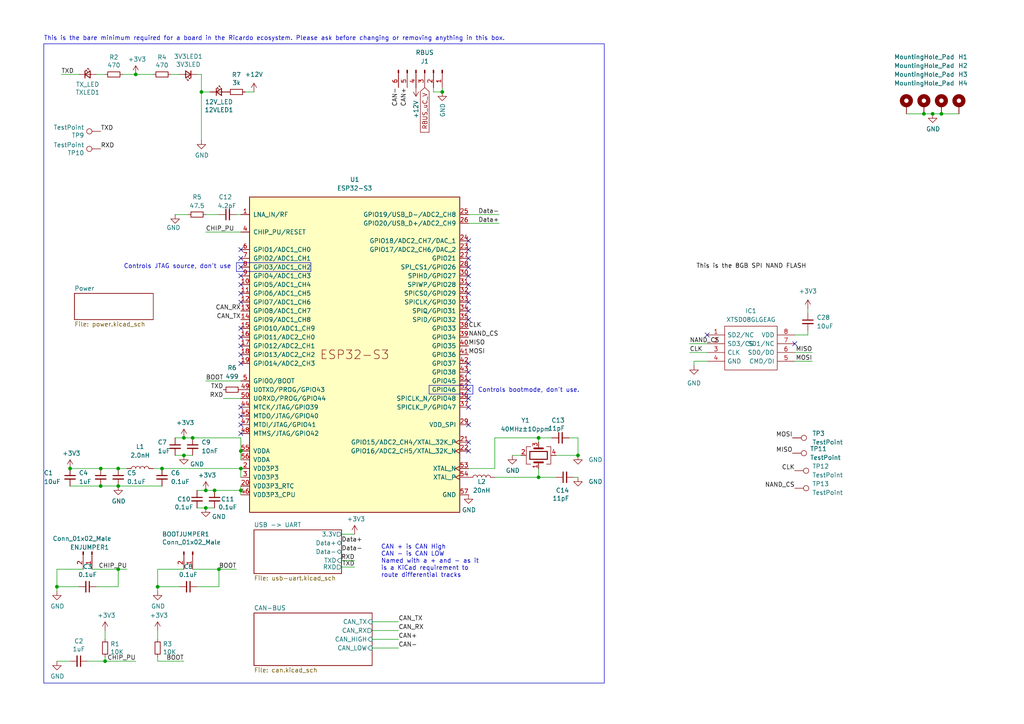
<source format=kicad_sch>
(kicad_sch (version 20230121) (generator eeschema)

  (uuid 7db990e4-92e1-4f99-b4d2-435bbec1ba83)

  (paper "A4")

  (lib_symbols
    (symbol "Connector:Conn_01x02_Male" (pin_names (offset 1.016) hide) (in_bom yes) (on_board yes)
      (property "Reference" "J" (at 0 2.54 0)
        (effects (font (size 1.27 1.27)))
      )
      (property "Value" "Conn_01x02_Male" (at 0 -5.08 0)
        (effects (font (size 1.27 1.27)))
      )
      (property "Footprint" "" (at 0 0 0)
        (effects (font (size 1.27 1.27)) hide)
      )
      (property "Datasheet" "~" (at 0 0 0)
        (effects (font (size 1.27 1.27)) hide)
      )
      (property "ki_keywords" "connector" (at 0 0 0)
        (effects (font (size 1.27 1.27)) hide)
      )
      (property "ki_description" "Generic connector, single row, 01x02, script generated (kicad-library-utils/schlib/autogen/connector/)" (at 0 0 0)
        (effects (font (size 1.27 1.27)) hide)
      )
      (property "ki_fp_filters" "Connector*:*_1x??_*" (at 0 0 0)
        (effects (font (size 1.27 1.27)) hide)
      )
      (symbol "Conn_01x02_Male_1_1"
        (polyline
          (pts
            (xy 1.27 -2.54)
            (xy 0.8636 -2.54)
          )
          (stroke (width 0.1524) (type default))
          (fill (type none))
        )
        (polyline
          (pts
            (xy 1.27 0)
            (xy 0.8636 0)
          )
          (stroke (width 0.1524) (type default))
          (fill (type none))
        )
        (rectangle (start 0.8636 -2.413) (end 0 -2.667)
          (stroke (width 0.1524) (type default))
          (fill (type outline))
        )
        (rectangle (start 0.8636 0.127) (end 0 -0.127)
          (stroke (width 0.1524) (type default))
          (fill (type outline))
        )
        (pin passive line (at 5.08 0 180) (length 3.81)
          (name "Pin_1" (effects (font (size 1.27 1.27))))
          (number "1" (effects (font (size 1.27 1.27))))
        )
        (pin passive line (at 5.08 -2.54 180) (length 3.81)
          (name "Pin_2" (effects (font (size 1.27 1.27))))
          (number "2" (effects (font (size 1.27 1.27))))
        )
      )
    )
    (symbol "Connector:Conn_01x06_Male" (pin_names (offset 1.016) hide) (in_bom yes) (on_board yes)
      (property "Reference" "J" (at 0 7.62 0)
        (effects (font (size 1.27 1.27)))
      )
      (property "Value" "Conn_01x06_Male" (at 0 -10.16 0)
        (effects (font (size 1.27 1.27)))
      )
      (property "Footprint" "" (at 0 0 0)
        (effects (font (size 1.27 1.27)) hide)
      )
      (property "Datasheet" "~" (at 0 0 0)
        (effects (font (size 1.27 1.27)) hide)
      )
      (property "ki_keywords" "connector" (at 0 0 0)
        (effects (font (size 1.27 1.27)) hide)
      )
      (property "ki_description" "Generic connector, single row, 01x06, script generated (kicad-library-utils/schlib/autogen/connector/)" (at 0 0 0)
        (effects (font (size 1.27 1.27)) hide)
      )
      (property "ki_fp_filters" "Connector*:*_1x??_*" (at 0 0 0)
        (effects (font (size 1.27 1.27)) hide)
      )
      (symbol "Conn_01x06_Male_1_1"
        (polyline
          (pts
            (xy 1.27 -7.62)
            (xy 0.8636 -7.62)
          )
          (stroke (width 0.1524) (type default))
          (fill (type none))
        )
        (polyline
          (pts
            (xy 1.27 -5.08)
            (xy 0.8636 -5.08)
          )
          (stroke (width 0.1524) (type default))
          (fill (type none))
        )
        (polyline
          (pts
            (xy 1.27 -2.54)
            (xy 0.8636 -2.54)
          )
          (stroke (width 0.1524) (type default))
          (fill (type none))
        )
        (polyline
          (pts
            (xy 1.27 0)
            (xy 0.8636 0)
          )
          (stroke (width 0.1524) (type default))
          (fill (type none))
        )
        (polyline
          (pts
            (xy 1.27 2.54)
            (xy 0.8636 2.54)
          )
          (stroke (width 0.1524) (type default))
          (fill (type none))
        )
        (polyline
          (pts
            (xy 1.27 5.08)
            (xy 0.8636 5.08)
          )
          (stroke (width 0.1524) (type default))
          (fill (type none))
        )
        (rectangle (start 0.8636 -7.493) (end 0 -7.747)
          (stroke (width 0.1524) (type default))
          (fill (type outline))
        )
        (rectangle (start 0.8636 -4.953) (end 0 -5.207)
          (stroke (width 0.1524) (type default))
          (fill (type outline))
        )
        (rectangle (start 0.8636 -2.413) (end 0 -2.667)
          (stroke (width 0.1524) (type default))
          (fill (type outline))
        )
        (rectangle (start 0.8636 0.127) (end 0 -0.127)
          (stroke (width 0.1524) (type default))
          (fill (type outline))
        )
        (rectangle (start 0.8636 2.667) (end 0 2.413)
          (stroke (width 0.1524) (type default))
          (fill (type outline))
        )
        (rectangle (start 0.8636 5.207) (end 0 4.953)
          (stroke (width 0.1524) (type default))
          (fill (type outline))
        )
        (pin passive line (at 5.08 5.08 180) (length 3.81)
          (name "Pin_1" (effects (font (size 1.27 1.27))))
          (number "1" (effects (font (size 1.27 1.27))))
        )
        (pin passive line (at 5.08 2.54 180) (length 3.81)
          (name "Pin_2" (effects (font (size 1.27 1.27))))
          (number "2" (effects (font (size 1.27 1.27))))
        )
        (pin passive line (at 5.08 0 180) (length 3.81)
          (name "Pin_3" (effects (font (size 1.27 1.27))))
          (number "3" (effects (font (size 1.27 1.27))))
        )
        (pin passive line (at 5.08 -2.54 180) (length 3.81)
          (name "Pin_4" (effects (font (size 1.27 1.27))))
          (number "4" (effects (font (size 1.27 1.27))))
        )
        (pin passive line (at 5.08 -5.08 180) (length 3.81)
          (name "Pin_5" (effects (font (size 1.27 1.27))))
          (number "5" (effects (font (size 1.27 1.27))))
        )
        (pin passive line (at 5.08 -7.62 180) (length 3.81)
          (name "Pin_6" (effects (font (size 1.27 1.27))))
          (number "6" (effects (font (size 1.27 1.27))))
        )
      )
    )
    (symbol "Connector:TestPoint" (pin_numbers hide) (pin_names (offset 0.762) hide) (in_bom yes) (on_board yes)
      (property "Reference" "TP" (at 0 6.858 0)
        (effects (font (size 1.27 1.27)))
      )
      (property "Value" "TestPoint" (at 0 5.08 0)
        (effects (font (size 1.27 1.27)))
      )
      (property "Footprint" "" (at 5.08 0 0)
        (effects (font (size 1.27 1.27)) hide)
      )
      (property "Datasheet" "~" (at 5.08 0 0)
        (effects (font (size 1.27 1.27)) hide)
      )
      (property "ki_keywords" "test point tp" (at 0 0 0)
        (effects (font (size 1.27 1.27)) hide)
      )
      (property "ki_description" "test point" (at 0 0 0)
        (effects (font (size 1.27 1.27)) hide)
      )
      (property "ki_fp_filters" "Pin* Test*" (at 0 0 0)
        (effects (font (size 1.27 1.27)) hide)
      )
      (symbol "TestPoint_0_1"
        (circle (center 0 3.302) (radius 0.762)
          (stroke (width 0) (type default))
          (fill (type none))
        )
      )
      (symbol "TestPoint_1_1"
        (pin passive line (at 0 0 90) (length 2.54)
          (name "1" (effects (font (size 1.27 1.27))))
          (number "1" (effects (font (size 1.27 1.27))))
        )
      )
    )
    (symbol "Device:C_Small" (pin_numbers hide) (pin_names (offset 0.254) hide) (in_bom yes) (on_board yes)
      (property "Reference" "C" (at 0.254 1.778 0)
        (effects (font (size 1.27 1.27)) (justify left))
      )
      (property "Value" "C_Small" (at 0.254 -2.032 0)
        (effects (font (size 1.27 1.27)) (justify left))
      )
      (property "Footprint" "" (at 0 0 0)
        (effects (font (size 1.27 1.27)) hide)
      )
      (property "Datasheet" "~" (at 0 0 0)
        (effects (font (size 1.27 1.27)) hide)
      )
      (property "ki_keywords" "capacitor cap" (at 0 0 0)
        (effects (font (size 1.27 1.27)) hide)
      )
      (property "ki_description" "Unpolarized capacitor, small symbol" (at 0 0 0)
        (effects (font (size 1.27 1.27)) hide)
      )
      (property "ki_fp_filters" "C_*" (at 0 0 0)
        (effects (font (size 1.27 1.27)) hide)
      )
      (symbol "C_Small_0_1"
        (polyline
          (pts
            (xy -1.524 -0.508)
            (xy 1.524 -0.508)
          )
          (stroke (width 0.3302) (type default))
          (fill (type none))
        )
        (polyline
          (pts
            (xy -1.524 0.508)
            (xy 1.524 0.508)
          )
          (stroke (width 0.3048) (type default))
          (fill (type none))
        )
      )
      (symbol "C_Small_1_1"
        (pin passive line (at 0 2.54 270) (length 2.032)
          (name "~" (effects (font (size 1.27 1.27))))
          (number "1" (effects (font (size 1.27 1.27))))
        )
        (pin passive line (at 0 -2.54 90) (length 2.032)
          (name "~" (effects (font (size 1.27 1.27))))
          (number "2" (effects (font (size 1.27 1.27))))
        )
      )
    )
    (symbol "Device:Crystal_GND24" (pin_names (offset 1.016) hide) (in_bom yes) (on_board yes)
      (property "Reference" "Y" (at 3.175 5.08 0)
        (effects (font (size 1.27 1.27)) (justify left))
      )
      (property "Value" "Crystal_GND24" (at 3.175 3.175 0)
        (effects (font (size 1.27 1.27)) (justify left))
      )
      (property "Footprint" "" (at 0 0 0)
        (effects (font (size 1.27 1.27)) hide)
      )
      (property "Datasheet" "~" (at 0 0 0)
        (effects (font (size 1.27 1.27)) hide)
      )
      (property "ki_keywords" "quartz ceramic resonator oscillator" (at 0 0 0)
        (effects (font (size 1.27 1.27)) hide)
      )
      (property "ki_description" "Four pin crystal, GND on pins 2 and 4" (at 0 0 0)
        (effects (font (size 1.27 1.27)) hide)
      )
      (property "ki_fp_filters" "Crystal*" (at 0 0 0)
        (effects (font (size 1.27 1.27)) hide)
      )
      (symbol "Crystal_GND24_0_1"
        (rectangle (start -1.143 2.54) (end 1.143 -2.54)
          (stroke (width 0.3048) (type default))
          (fill (type none))
        )
        (polyline
          (pts
            (xy -2.54 0)
            (xy -2.032 0)
          )
          (stroke (width 0) (type default))
          (fill (type none))
        )
        (polyline
          (pts
            (xy -2.032 -1.27)
            (xy -2.032 1.27)
          )
          (stroke (width 0.508) (type default))
          (fill (type none))
        )
        (polyline
          (pts
            (xy 0 -3.81)
            (xy 0 -3.556)
          )
          (stroke (width 0) (type default))
          (fill (type none))
        )
        (polyline
          (pts
            (xy 0 3.556)
            (xy 0 3.81)
          )
          (stroke (width 0) (type default))
          (fill (type none))
        )
        (polyline
          (pts
            (xy 2.032 -1.27)
            (xy 2.032 1.27)
          )
          (stroke (width 0.508) (type default))
          (fill (type none))
        )
        (polyline
          (pts
            (xy 2.032 0)
            (xy 2.54 0)
          )
          (stroke (width 0) (type default))
          (fill (type none))
        )
        (polyline
          (pts
            (xy -2.54 -2.286)
            (xy -2.54 -3.556)
            (xy 2.54 -3.556)
            (xy 2.54 -2.286)
          )
          (stroke (width 0) (type default))
          (fill (type none))
        )
        (polyline
          (pts
            (xy -2.54 2.286)
            (xy -2.54 3.556)
            (xy 2.54 3.556)
            (xy 2.54 2.286)
          )
          (stroke (width 0) (type default))
          (fill (type none))
        )
      )
      (symbol "Crystal_GND24_1_1"
        (pin passive line (at -3.81 0 0) (length 1.27)
          (name "1" (effects (font (size 1.27 1.27))))
          (number "1" (effects (font (size 1.27 1.27))))
        )
        (pin passive line (at 0 5.08 270) (length 1.27)
          (name "2" (effects (font (size 1.27 1.27))))
          (number "2" (effects (font (size 1.27 1.27))))
        )
        (pin passive line (at 3.81 0 180) (length 1.27)
          (name "3" (effects (font (size 1.27 1.27))))
          (number "3" (effects (font (size 1.27 1.27))))
        )
        (pin passive line (at 0 -5.08 90) (length 1.27)
          (name "4" (effects (font (size 1.27 1.27))))
          (number "4" (effects (font (size 1.27 1.27))))
        )
      )
    )
    (symbol "Device:L" (pin_numbers hide) (pin_names (offset 1.016) hide) (in_bom yes) (on_board yes)
      (property "Reference" "L" (at -1.27 0 90)
        (effects (font (size 1.27 1.27)))
      )
      (property "Value" "L" (at 1.905 0 90)
        (effects (font (size 1.27 1.27)))
      )
      (property "Footprint" "" (at 0 0 0)
        (effects (font (size 1.27 1.27)) hide)
      )
      (property "Datasheet" "~" (at 0 0 0)
        (effects (font (size 1.27 1.27)) hide)
      )
      (property "ki_keywords" "inductor choke coil reactor magnetic" (at 0 0 0)
        (effects (font (size 1.27 1.27)) hide)
      )
      (property "ki_description" "Inductor" (at 0 0 0)
        (effects (font (size 1.27 1.27)) hide)
      )
      (property "ki_fp_filters" "Choke_* *Coil* Inductor_* L_*" (at 0 0 0)
        (effects (font (size 1.27 1.27)) hide)
      )
      (symbol "L_0_1"
        (arc (start 0 -2.54) (mid 0.6323 -1.905) (end 0 -1.27)
          (stroke (width 0) (type default))
          (fill (type none))
        )
        (arc (start 0 -1.27) (mid 0.6323 -0.635) (end 0 0)
          (stroke (width 0) (type default))
          (fill (type none))
        )
        (arc (start 0 0) (mid 0.6323 0.635) (end 0 1.27)
          (stroke (width 0) (type default))
          (fill (type none))
        )
        (arc (start 0 1.27) (mid 0.6323 1.905) (end 0 2.54)
          (stroke (width 0) (type default))
          (fill (type none))
        )
      )
      (symbol "L_1_1"
        (pin passive line (at 0 3.81 270) (length 1.27)
          (name "1" (effects (font (size 1.27 1.27))))
          (number "1" (effects (font (size 1.27 1.27))))
        )
        (pin passive line (at 0 -3.81 90) (length 1.27)
          (name "2" (effects (font (size 1.27 1.27))))
          (number "2" (effects (font (size 1.27 1.27))))
        )
      )
    )
    (symbol "Device:LED_Small" (pin_numbers hide) (pin_names (offset 0.254) hide) (in_bom yes) (on_board yes)
      (property "Reference" "D" (at -1.27 3.175 0)
        (effects (font (size 1.27 1.27)) (justify left))
      )
      (property "Value" "LED_Small" (at -4.445 -2.54 0)
        (effects (font (size 1.27 1.27)) (justify left))
      )
      (property "Footprint" "" (at 0 0 90)
        (effects (font (size 1.27 1.27)) hide)
      )
      (property "Datasheet" "~" (at 0 0 90)
        (effects (font (size 1.27 1.27)) hide)
      )
      (property "ki_keywords" "LED diode light-emitting-diode" (at 0 0 0)
        (effects (font (size 1.27 1.27)) hide)
      )
      (property "ki_description" "Light emitting diode, small symbol" (at 0 0 0)
        (effects (font (size 1.27 1.27)) hide)
      )
      (property "ki_fp_filters" "LED* LED_SMD:* LED_THT:*" (at 0 0 0)
        (effects (font (size 1.27 1.27)) hide)
      )
      (symbol "LED_Small_0_1"
        (polyline
          (pts
            (xy -0.762 -1.016)
            (xy -0.762 1.016)
          )
          (stroke (width 0.254) (type default))
          (fill (type none))
        )
        (polyline
          (pts
            (xy 1.016 0)
            (xy -0.762 0)
          )
          (stroke (width 0) (type default))
          (fill (type none))
        )
        (polyline
          (pts
            (xy 0.762 -1.016)
            (xy -0.762 0)
            (xy 0.762 1.016)
            (xy 0.762 -1.016)
          )
          (stroke (width 0.254) (type default))
          (fill (type none))
        )
        (polyline
          (pts
            (xy 0 0.762)
            (xy -0.508 1.27)
            (xy -0.254 1.27)
            (xy -0.508 1.27)
            (xy -0.508 1.016)
          )
          (stroke (width 0) (type default))
          (fill (type none))
        )
        (polyline
          (pts
            (xy 0.508 1.27)
            (xy 0 1.778)
            (xy 0.254 1.778)
            (xy 0 1.778)
            (xy 0 1.524)
          )
          (stroke (width 0) (type default))
          (fill (type none))
        )
      )
      (symbol "LED_Small_1_1"
        (pin passive line (at -2.54 0 0) (length 1.778)
          (name "K" (effects (font (size 1.27 1.27))))
          (number "1" (effects (font (size 1.27 1.27))))
        )
        (pin passive line (at 2.54 0 180) (length 1.778)
          (name "A" (effects (font (size 1.27 1.27))))
          (number "2" (effects (font (size 1.27 1.27))))
        )
      )
    )
    (symbol "Device:R_Small" (pin_numbers hide) (pin_names (offset 0.254) hide) (in_bom yes) (on_board yes)
      (property "Reference" "R" (at 0.762 0.508 0)
        (effects (font (size 1.27 1.27)) (justify left))
      )
      (property "Value" "R_Small" (at 0.762 -1.016 0)
        (effects (font (size 1.27 1.27)) (justify left))
      )
      (property "Footprint" "" (at 0 0 0)
        (effects (font (size 1.27 1.27)) hide)
      )
      (property "Datasheet" "~" (at 0 0 0)
        (effects (font (size 1.27 1.27)) hide)
      )
      (property "ki_keywords" "R resistor" (at 0 0 0)
        (effects (font (size 1.27 1.27)) hide)
      )
      (property "ki_description" "Resistor, small symbol" (at 0 0 0)
        (effects (font (size 1.27 1.27)) hide)
      )
      (property "ki_fp_filters" "R_*" (at 0 0 0)
        (effects (font (size 1.27 1.27)) hide)
      )
      (symbol "R_Small_0_1"
        (rectangle (start -0.762 1.778) (end 0.762 -1.778)
          (stroke (width 0.2032) (type default))
          (fill (type none))
        )
      )
      (symbol "R_Small_1_1"
        (pin passive line (at 0 2.54 270) (length 0.762)
          (name "~" (effects (font (size 1.27 1.27))))
          (number "1" (effects (font (size 1.27 1.27))))
        )
        (pin passive line (at 0 -2.54 90) (length 0.762)
          (name "~" (effects (font (size 1.27 1.27))))
          (number "2" (effects (font (size 1.27 1.27))))
        )
      )
    )
    (symbol "Espressif:ESP32-S3" (pin_names (offset 1.016)) (in_bom yes) (on_board yes)
      (property "Reference" "U" (at 0 48.26 0)
        (effects (font (size 1.27 1.27)))
      )
      (property "Value" "ESP32-S3" (at 0 -48.26 0)
        (effects (font (size 1.27 1.27)))
      )
      (property "Footprint" "Package_DFN_QFN:QFN-56-1EP_7x7mm_P0.4mm_EP5.6x5.6mm" (at 0 -50.8 0)
        (effects (font (size 1.27 1.27)) hide)
      )
      (property "Datasheet" "https://www.espressif.com/sites/default/files/documentation/esp32-s3_datasheet_en.pdf" (at 0 -53.34 0)
        (effects (font (size 1.27 1.27)) hide)
      )
      (property "ki_description" "ESP32-S3 is a low-power MCU-based system-on-chip (SoC) that supports 2.4 GHz Wi-Fi and Bluetooth® Low Energy (Bluetooth LE). It consists of high-performance dual-core microprocessor (Xtensa® 32-bit LX7), a low power coprocessor, a Wi-Fi baseband, a Bluetooth LE baseband, RF module, and peripherals." (at 0 0 0)
        (effects (font (size 1.27 1.27)) hide)
      )
      (symbol "ESP32-S3_0_0"
        (text "ESP32-S3" (at 0 0 0)
          (effects (font (size 2.54 2.54)))
        )
        (pin bidirectional line (at 33.02 -12.7 180) (length 2.54)
          (name "SPICLK_N/GPIO48" (effects (font (size 1.27 1.27))))
          (number "36" (effects (font (size 1.27 1.27))))
        )
        (pin bidirectional line (at 33.02 -15.24 180) (length 2.54)
          (name "SPICLK_P/GPIO47" (effects (font (size 1.27 1.27))))
          (number "37" (effects (font (size 1.27 1.27))))
        )
      )
      (symbol "ESP32-S3_0_1"
        (rectangle (start -30.48 45.72) (end 30.48 -45.72)
          (stroke (width 0.254) (type default))
          (fill (type background))
        )
      )
      (symbol "ESP32-S3_1_1"
        (pin bidirectional line (at -33.02 40.64 0) (length 2.54)
          (name "LNA_IN/RF" (effects (font (size 1.27 1.27))))
          (number "1" (effects (font (size 1.27 1.27))))
        )
        (pin bidirectional line (at -33.02 20.32 0) (length 2.54)
          (name "GPIO5/ADC1_CH4" (effects (font (size 1.27 1.27))))
          (number "10" (effects (font (size 1.27 1.27))))
        )
        (pin bidirectional line (at -33.02 17.78 0) (length 2.54)
          (name "GPIO6/ADC1_CH5" (effects (font (size 1.27 1.27))))
          (number "11" (effects (font (size 1.27 1.27))))
        )
        (pin bidirectional line (at -33.02 15.24 0) (length 2.54)
          (name "GPIO7/ADC1_CH6" (effects (font (size 1.27 1.27))))
          (number "12" (effects (font (size 1.27 1.27))))
        )
        (pin bidirectional line (at -33.02 12.7 0) (length 2.54)
          (name "GPIO8/ADC1_CH7" (effects (font (size 1.27 1.27))))
          (number "13" (effects (font (size 1.27 1.27))))
        )
        (pin bidirectional line (at -33.02 10.16 0) (length 2.54)
          (name "GPIO9/ADC1_CH8" (effects (font (size 1.27 1.27))))
          (number "14" (effects (font (size 1.27 1.27))))
        )
        (pin bidirectional line (at -33.02 7.62 0) (length 2.54)
          (name "GPIO10/ADC1_CH9" (effects (font (size 1.27 1.27))))
          (number "15" (effects (font (size 1.27 1.27))))
        )
        (pin bidirectional line (at -33.02 5.08 0) (length 2.54)
          (name "GPIO11/ADC2_CH0" (effects (font (size 1.27 1.27))))
          (number "16" (effects (font (size 1.27 1.27))))
        )
        (pin bidirectional line (at -33.02 2.54 0) (length 2.54)
          (name "GPIO12/ADC2_CH1" (effects (font (size 1.27 1.27))))
          (number "17" (effects (font (size 1.27 1.27))))
        )
        (pin bidirectional line (at -33.02 0 0) (length 2.54)
          (name "GPIO13/ADC2_CH2" (effects (font (size 1.27 1.27))))
          (number "18" (effects (font (size 1.27 1.27))))
        )
        (pin bidirectional line (at -33.02 -2.54 0) (length 2.54)
          (name "GPIO14/ADC2_CH3" (effects (font (size 1.27 1.27))))
          (number "19" (effects (font (size 1.27 1.27))))
        )
        (pin power_in line (at -33.02 -33.02 0) (length 2.54)
          (name "VDD3P3" (effects (font (size 1.27 1.27))))
          (number "2" (effects (font (size 1.27 1.27))))
        )
        (pin power_in line (at -33.02 -38.1 0) (length 2.54)
          (name "VDD3P3_RTC" (effects (font (size 1.27 1.27))))
          (number "20" (effects (font (size 1.27 1.27))))
        )
        (pin input clock (at 33.02 -25.4 180) (length 2.54)
          (name "GPIO15/ADC2_CH4/XTAL_32K_P" (effects (font (size 1.27 1.27))))
          (number "21" (effects (font (size 1.27 1.27))))
        )
        (pin output clock (at 33.02 -27.94 180) (length 2.54)
          (name "GPIO16/ADC2_CH5/XTAL_32K_N" (effects (font (size 1.27 1.27))))
          (number "22" (effects (font (size 1.27 1.27))))
        )
        (pin bidirectional line (at 33.02 30.48 180) (length 2.54)
          (name "GPIO17/ADC2_CH6/DAC_2" (effects (font (size 1.27 1.27))))
          (number "23" (effects (font (size 1.27 1.27))))
        )
        (pin bidirectional line (at 33.02 33.02 180) (length 2.54)
          (name "GPIO18/ADC2_CH7/DAC_1" (effects (font (size 1.27 1.27))))
          (number "24" (effects (font (size 1.27 1.27))))
        )
        (pin bidirectional line (at 33.02 40.64 180) (length 2.54)
          (name "GPIO19/USB_D-/ADC2_CH8" (effects (font (size 1.27 1.27))))
          (number "25" (effects (font (size 1.27 1.27))))
        )
        (pin bidirectional line (at 33.02 38.1 180) (length 2.54)
          (name "GPIO20/USB_D+/ADC2_CH9" (effects (font (size 1.27 1.27))))
          (number "26" (effects (font (size 1.27 1.27))))
        )
        (pin bidirectional line (at 33.02 27.94 180) (length 2.54)
          (name "GPIO21" (effects (font (size 1.27 1.27))))
          (number "27" (effects (font (size 1.27 1.27))))
        )
        (pin bidirectional line (at 33.02 25.4 180) (length 2.54)
          (name "SPI_CS1/GPIO26" (effects (font (size 1.27 1.27))))
          (number "28" (effects (font (size 1.27 1.27))))
        )
        (pin power_out line (at 33.02 -20.32 180) (length 2.54)
          (name "VDD_SPI" (effects (font (size 1.27 1.27))))
          (number "29" (effects (font (size 1.27 1.27))))
        )
        (pin power_in line (at -33.02 -35.56 0) (length 2.54)
          (name "VDD3P3" (effects (font (size 1.27 1.27))))
          (number "3" (effects (font (size 1.27 1.27))))
        )
        (pin bidirectional line (at 33.02 22.86 180) (length 2.54)
          (name "SPIHD/GPIO27" (effects (font (size 1.27 1.27))))
          (number "30" (effects (font (size 1.27 1.27))))
        )
        (pin bidirectional line (at 33.02 20.32 180) (length 2.54)
          (name "SPIWP/GPIO28" (effects (font (size 1.27 1.27))))
          (number "31" (effects (font (size 1.27 1.27))))
        )
        (pin bidirectional line (at 33.02 17.78 180) (length 2.54)
          (name "SPICS0/GPIO29" (effects (font (size 1.27 1.27))))
          (number "32" (effects (font (size 1.27 1.27))))
        )
        (pin bidirectional line (at 33.02 15.24 180) (length 2.54)
          (name "SPICLK/GPIO30" (effects (font (size 1.27 1.27))))
          (number "33" (effects (font (size 1.27 1.27))))
        )
        (pin bidirectional line (at 33.02 12.7 180) (length 2.54)
          (name "SPIQ/GPIO31" (effects (font (size 1.27 1.27))))
          (number "34" (effects (font (size 1.27 1.27))))
        )
        (pin bidirectional line (at 33.02 10.16 180) (length 2.54)
          (name "SPID/GPIO32" (effects (font (size 1.27 1.27))))
          (number "35" (effects (font (size 1.27 1.27))))
        )
        (pin bidirectional line (at 33.02 7.62 180) (length 2.54)
          (name "GPIO33" (effects (font (size 1.27 1.27))))
          (number "38" (effects (font (size 1.27 1.27))))
        )
        (pin bidirectional line (at 33.02 5.08 180) (length 2.54)
          (name "GPIO34" (effects (font (size 1.27 1.27))))
          (number "39" (effects (font (size 1.27 1.27))))
        )
        (pin input line (at -33.02 35.56 0) (length 2.54)
          (name "CHIP_PU/RESET" (effects (font (size 1.27 1.27))))
          (number "4" (effects (font (size 1.27 1.27))))
        )
        (pin bidirectional line (at 33.02 2.54 180) (length 2.54)
          (name "GPIO35" (effects (font (size 1.27 1.27))))
          (number "40" (effects (font (size 1.27 1.27))))
        )
        (pin bidirectional line (at 33.02 0 180) (length 2.54)
          (name "GPIO36" (effects (font (size 1.27 1.27))))
          (number "41" (effects (font (size 1.27 1.27))))
        )
        (pin bidirectional line (at 33.02 -2.54 180) (length 2.54)
          (name "GPIO37" (effects (font (size 1.27 1.27))))
          (number "42" (effects (font (size 1.27 1.27))))
        )
        (pin bidirectional line (at 33.02 -5.08 180) (length 2.54)
          (name "GPIO38" (effects (font (size 1.27 1.27))))
          (number "43" (effects (font (size 1.27 1.27))))
        )
        (pin bidirectional line (at -33.02 -15.24 0) (length 2.54)
          (name "MTCK/JTAG/GPIO39" (effects (font (size 1.27 1.27))))
          (number "44" (effects (font (size 1.27 1.27))))
        )
        (pin bidirectional line (at -33.02 -17.78 0) (length 2.54)
          (name "MTDO/JTAG/GPIO40" (effects (font (size 1.27 1.27))))
          (number "45" (effects (font (size 1.27 1.27))))
        )
        (pin power_in line (at -33.02 -40.64 0) (length 2.54)
          (name "VDD3P3_CPU" (effects (font (size 1.27 1.27))))
          (number "46" (effects (font (size 1.27 1.27))))
        )
        (pin bidirectional line (at -33.02 -20.32 0) (length 2.54)
          (name "MTDI/JTAG/GPIO41" (effects (font (size 1.27 1.27))))
          (number "47" (effects (font (size 1.27 1.27))))
        )
        (pin bidirectional line (at -33.02 -22.86 0) (length 2.54)
          (name "MTMS/JTAG/GPIO42" (effects (font (size 1.27 1.27))))
          (number "48" (effects (font (size 1.27 1.27))))
        )
        (pin bidirectional line (at -33.02 -10.16 0) (length 2.54)
          (name "U0TXD/PROG/GPIO43" (effects (font (size 1.27 1.27))))
          (number "49" (effects (font (size 1.27 1.27))))
        )
        (pin bidirectional line (at -33.02 -7.62 0) (length 2.54)
          (name "GPIO0/BOOT" (effects (font (size 1.27 1.27))))
          (number "5" (effects (font (size 1.27 1.27))))
        )
        (pin bidirectional line (at -33.02 -12.7 0) (length 2.54)
          (name "U0RXD/PROG/GPIO44" (effects (font (size 1.27 1.27))))
          (number "50" (effects (font (size 1.27 1.27))))
        )
        (pin bidirectional line (at 33.02 -7.62 180) (length 2.54)
          (name "GPIO45" (effects (font (size 1.27 1.27))))
          (number "51" (effects (font (size 1.27 1.27))))
        )
        (pin bidirectional line (at 33.02 -10.16 180) (length 2.54)
          (name "GPIO46" (effects (font (size 1.27 1.27))))
          (number "52" (effects (font (size 1.27 1.27))))
        )
        (pin input clock (at 33.02 -33.02 180) (length 2.54)
          (name "XTAL_N" (effects (font (size 1.27 1.27))))
          (number "53" (effects (font (size 1.27 1.27))))
        )
        (pin output clock (at 33.02 -35.56 180) (length 2.54)
          (name "XTAL_P" (effects (font (size 1.27 1.27))))
          (number "54" (effects (font (size 1.27 1.27))))
        )
        (pin power_in line (at -33.02 -27.94 0) (length 2.54)
          (name "VDDA" (effects (font (size 1.27 1.27))))
          (number "55" (effects (font (size 1.27 1.27))))
        )
        (pin power_in line (at -33.02 -30.48 0) (length 2.54)
          (name "VDDA" (effects (font (size 1.27 1.27))))
          (number "56" (effects (font (size 1.27 1.27))))
        )
        (pin power_in line (at 33.02 -40.64 180) (length 2.54)
          (name "GND" (effects (font (size 1.27 1.27))))
          (number "57" (effects (font (size 1.27 1.27))))
        )
        (pin bidirectional line (at -33.02 30.48 0) (length 2.54)
          (name "GPIO1/ADC1_CH0" (effects (font (size 1.27 1.27))))
          (number "6" (effects (font (size 1.27 1.27))))
        )
        (pin bidirectional line (at -33.02 27.94 0) (length 2.54)
          (name "GPIO2/ADC1_CH1" (effects (font (size 1.27 1.27))))
          (number "7" (effects (font (size 1.27 1.27))))
        )
        (pin bidirectional line (at -33.02 25.4 0) (length 2.54)
          (name "GPIO3/ADC1_CH2" (effects (font (size 1.27 1.27))))
          (number "8" (effects (font (size 1.27 1.27))))
        )
        (pin bidirectional line (at -33.02 22.86 0) (length 2.54)
          (name "GPIO4/ADC1_CH3" (effects (font (size 1.27 1.27))))
          (number "9" (effects (font (size 1.27 1.27))))
        )
      )
    )
    (symbol "Mechanical:MountingHole_Pad" (pin_numbers hide) (pin_names (offset 1.016) hide) (in_bom yes) (on_board yes)
      (property "Reference" "H" (at 0 6.35 0)
        (effects (font (size 1.27 1.27)))
      )
      (property "Value" "MountingHole_Pad" (at 0 4.445 0)
        (effects (font (size 1.27 1.27)))
      )
      (property "Footprint" "" (at 0 0 0)
        (effects (font (size 1.27 1.27)) hide)
      )
      (property "Datasheet" "~" (at 0 0 0)
        (effects (font (size 1.27 1.27)) hide)
      )
      (property "ki_keywords" "mounting hole" (at 0 0 0)
        (effects (font (size 1.27 1.27)) hide)
      )
      (property "ki_description" "Mounting Hole with connection" (at 0 0 0)
        (effects (font (size 1.27 1.27)) hide)
      )
      (property "ki_fp_filters" "MountingHole*Pad*" (at 0 0 0)
        (effects (font (size 1.27 1.27)) hide)
      )
      (symbol "MountingHole_Pad_0_1"
        (circle (center 0 1.27) (radius 1.27)
          (stroke (width 1.27) (type default))
          (fill (type none))
        )
      )
      (symbol "MountingHole_Pad_1_1"
        (pin input line (at 0 -2.54 90) (length 2.54)
          (name "1" (effects (font (size 1.27 1.27))))
          (number "1" (effects (font (size 1.27 1.27))))
        )
      )
    )
    (symbol "chest:XTSD08GLGEAG" (pin_names (offset 0.762)) (in_bom yes) (on_board yes)
      (property "Reference" "IC" (at 21.59 7.62 0)
        (effects (font (size 1.27 1.27)) (justify left))
      )
      (property "Value" "XTSD08GLGEAG" (at 21.59 5.08 0)
        (effects (font (size 1.27 1.27)) (justify left))
      )
      (property "Footprint" "SON127P800X600X95-8N" (at 21.59 2.54 0)
        (effects (font (size 1.27 1.27)) (justify left) hide)
      )
      (property "Datasheet" "https://datasheet.lcsc.com/szlcsc/2005251034_XTX-XTSD08GLGEAG_C558840.pdf" (at 21.59 0 0)
        (effects (font (size 1.27 1.27)) (justify left) hide)
      )
      (property "Description" "XTSD01G/XTSD02G/XTSD04G/XTSD08G SD NAND LGA8" (at 21.59 -2.54 0)
        (effects (font (size 1.27 1.27)) (justify left) hide)
      )
      (property "Height" "0.95" (at 21.59 -5.08 0)
        (effects (font (size 1.27 1.27)) (justify left) hide)
      )
      (property "Manufacturer_Name" "XTX" (at 21.59 -7.62 0)
        (effects (font (size 1.27 1.27)) (justify left) hide)
      )
      (property "Manufacturer_Part_Number" "XTSD08GLGEAG" (at 21.59 -10.16 0)
        (effects (font (size 1.27 1.27)) (justify left) hide)
      )
      (property "Mouser Part Number" "" (at 21.59 -12.7 0)
        (effects (font (size 1.27 1.27)) (justify left) hide)
      )
      (property "Mouser Price/Stock" "" (at 21.59 -15.24 0)
        (effects (font (size 1.27 1.27)) (justify left) hide)
      )
      (property "Arrow Part Number" "" (at 21.59 -17.78 0)
        (effects (font (size 1.27 1.27)) (justify left) hide)
      )
      (property "Arrow Price/Stock" "" (at 21.59 -20.32 0)
        (effects (font (size 1.27 1.27)) (justify left) hide)
      )
      (property "ki_description" "XTSD01G/XTSD02G/XTSD04G/XTSD08G SD NAND LGA8" (at 0 0 0)
        (effects (font (size 1.27 1.27)) hide)
      )
      (symbol "XTSD08GLGEAG_0_0"
        (pin bidirectional line (at 0 0 0) (length 5.08)
          (name "SD2/NC" (effects (font (size 1.27 1.27))))
          (number "1" (effects (font (size 1.27 1.27))))
        )
        (pin bidirectional line (at 0 -2.54 0) (length 5.08)
          (name "SD3/CS" (effects (font (size 1.27 1.27))))
          (number "2" (effects (font (size 1.27 1.27))))
        )
        (pin input line (at 0 -5.08 0) (length 5.08)
          (name "CLK" (effects (font (size 1.27 1.27))))
          (number "3" (effects (font (size 1.27 1.27))))
        )
        (pin power_out line (at 0 -7.62 0) (length 5.08)
          (name "GND" (effects (font (size 1.27 1.27))))
          (number "4" (effects (font (size 1.27 1.27))))
        )
        (pin input line (at 25.4 -7.62 180) (length 5.08)
          (name "CMD/DI" (effects (font (size 1.27 1.27))))
          (number "5" (effects (font (size 1.27 1.27))))
        )
        (pin output line (at 25.4 -5.08 180) (length 5.08)
          (name "SD0/DO" (effects (font (size 1.27 1.27))))
          (number "6" (effects (font (size 1.27 1.27))))
        )
        (pin bidirectional line (at 25.4 -2.54 180) (length 5.08)
          (name "SD1/NC" (effects (font (size 1.27 1.27))))
          (number "7" (effects (font (size 1.27 1.27))))
        )
        (pin power_in line (at 25.4 0 180) (length 5.08)
          (name "VDD" (effects (font (size 1.27 1.27))))
          (number "8" (effects (font (size 1.27 1.27))))
        )
      )
      (symbol "XTSD08GLGEAG_0_1"
        (polyline
          (pts
            (xy 5.08 2.54)
            (xy 20.32 2.54)
            (xy 20.32 -10.16)
            (xy 5.08 -10.16)
            (xy 5.08 2.54)
          )
          (stroke (width 0.1524) (type default))
          (fill (type none))
        )
      )
    )
    (symbol "power:+12V" (power) (pin_names (offset 0)) (in_bom yes) (on_board yes)
      (property "Reference" "#PWR" (at 0 -3.81 0)
        (effects (font (size 1.27 1.27)) hide)
      )
      (property "Value" "+12V" (at 0 3.556 0)
        (effects (font (size 1.27 1.27)))
      )
      (property "Footprint" "" (at 0 0 0)
        (effects (font (size 1.27 1.27)) hide)
      )
      (property "Datasheet" "" (at 0 0 0)
        (effects (font (size 1.27 1.27)) hide)
      )
      (property "ki_keywords" "power-flag" (at 0 0 0)
        (effects (font (size 1.27 1.27)) hide)
      )
      (property "ki_description" "Power symbol creates a global label with name \"+12V\"" (at 0 0 0)
        (effects (font (size 1.27 1.27)) hide)
      )
      (symbol "+12V_0_1"
        (polyline
          (pts
            (xy -0.762 1.27)
            (xy 0 2.54)
          )
          (stroke (width 0) (type default))
          (fill (type none))
        )
        (polyline
          (pts
            (xy 0 0)
            (xy 0 2.54)
          )
          (stroke (width 0) (type default))
          (fill (type none))
        )
        (polyline
          (pts
            (xy 0 2.54)
            (xy 0.762 1.27)
          )
          (stroke (width 0) (type default))
          (fill (type none))
        )
      )
      (symbol "+12V_1_1"
        (pin power_in line (at 0 0 90) (length 0) hide
          (name "+12V" (effects (font (size 1.27 1.27))))
          (number "1" (effects (font (size 1.27 1.27))))
        )
      )
    )
    (symbol "power:+3.3V" (power) (pin_names (offset 0)) (in_bom yes) (on_board yes)
      (property "Reference" "#PWR" (at 0 -3.81 0)
        (effects (font (size 1.27 1.27)) hide)
      )
      (property "Value" "+3.3V" (at 0 3.556 0)
        (effects (font (size 1.27 1.27)))
      )
      (property "Footprint" "" (at 0 0 0)
        (effects (font (size 1.27 1.27)) hide)
      )
      (property "Datasheet" "" (at 0 0 0)
        (effects (font (size 1.27 1.27)) hide)
      )
      (property "ki_keywords" "power-flag" (at 0 0 0)
        (effects (font (size 1.27 1.27)) hide)
      )
      (property "ki_description" "Power symbol creates a global label with name \"+3.3V\"" (at 0 0 0)
        (effects (font (size 1.27 1.27)) hide)
      )
      (symbol "+3.3V_0_1"
        (polyline
          (pts
            (xy -0.762 1.27)
            (xy 0 2.54)
          )
          (stroke (width 0) (type default))
          (fill (type none))
        )
        (polyline
          (pts
            (xy 0 0)
            (xy 0 2.54)
          )
          (stroke (width 0) (type default))
          (fill (type none))
        )
        (polyline
          (pts
            (xy 0 2.54)
            (xy 0.762 1.27)
          )
          (stroke (width 0) (type default))
          (fill (type none))
        )
      )
      (symbol "+3.3V_1_1"
        (pin power_in line (at 0 0 90) (length 0) hide
          (name "+3V3" (effects (font (size 1.27 1.27))))
          (number "1" (effects (font (size 1.27 1.27))))
        )
      )
    )
    (symbol "power:GND" (power) (pin_names (offset 0)) (in_bom yes) (on_board yes)
      (property "Reference" "#PWR" (at 0 -6.35 0)
        (effects (font (size 1.27 1.27)) hide)
      )
      (property "Value" "GND" (at 0 -3.81 0)
        (effects (font (size 1.27 1.27)))
      )
      (property "Footprint" "" (at 0 0 0)
        (effects (font (size 1.27 1.27)) hide)
      )
      (property "Datasheet" "" (at 0 0 0)
        (effects (font (size 1.27 1.27)) hide)
      )
      (property "ki_keywords" "power-flag" (at 0 0 0)
        (effects (font (size 1.27 1.27)) hide)
      )
      (property "ki_description" "Power symbol creates a global label with name \"GND\" , ground" (at 0 0 0)
        (effects (font (size 1.27 1.27)) hide)
      )
      (symbol "GND_0_1"
        (polyline
          (pts
            (xy 0 0)
            (xy 0 -1.27)
            (xy 1.27 -1.27)
            (xy 0 -2.54)
            (xy -1.27 -1.27)
            (xy 0 -1.27)
          )
          (stroke (width 0) (type default))
          (fill (type none))
        )
      )
      (symbol "GND_1_1"
        (pin power_in line (at 0 0 270) (length 0) hide
          (name "GND" (effects (font (size 1.27 1.27))))
          (number "1" (effects (font (size 1.27 1.27))))
        )
      )
    )
  )

  (junction (at 39.37 21.59) (diameter 0) (color 0 0 0 0)
    (uuid 02f8904b-a7b2-49dd-b392-764e7e29fb51)
  )
  (junction (at 59.69 142.24) (diameter 0) (color 0 0 0 0)
    (uuid 0753a347-97d9-4cb7-b81c-f57d156ee03d)
  )
  (junction (at 53.34 127) (diameter 0) (color 0 0 0 0)
    (uuid 259169cf-23d2-4d34-acfa-b35367d25621)
  )
  (junction (at 58.42 26.67) (diameter 0) (color 0 0 0 0)
    (uuid 28b01cd2-da3a-46ec-8825-b0f31a0b8987)
  )
  (junction (at 30.48 191.77) (diameter 0) (color 0 0 0 0)
    (uuid 35c09d1f-2914-4d1e-a002-df30af772f3b)
  )
  (junction (at 69.85 142.24) (diameter 0) (color 0 0 0 0)
    (uuid 69bccc29-7896-4bd5-847c-4b30488bfdf7)
  )
  (junction (at 55.88 127) (diameter 0) (color 0 0 0 0)
    (uuid 7080b686-704b-4224-87e0-0a66227e69e7)
  )
  (junction (at 63.5 165.1) (diameter 0) (color 0 0 0 0)
    (uuid 747f57e5-4698-4c6b-916d-232e6b1f645b)
  )
  (junction (at 59.69 147.32) (diameter 0) (color 0 0 0 0)
    (uuid 76b48920-113a-47db-a65d-49e9e75b755a)
  )
  (junction (at 62.23 142.24) (diameter 0) (color 0 0 0 0)
    (uuid 7847a7dc-83b6-40e8-ab83-35ec04184c6f)
  )
  (junction (at 34.29 135.89) (diameter 0) (color 0 0 0 0)
    (uuid 7a8ee3ce-88a3-49a2-aa53-ca000ddb33c8)
  )
  (junction (at 20.32 135.89) (diameter 0) (color 0 0 0 0)
    (uuid 88f17a64-5024-4f4b-8346-d8222bac5104)
  )
  (junction (at 45.72 170.18) (diameter 0) (color 0 0 0 0)
    (uuid 8ac400bf-c9b3-4af4-b0a7-9aa9ab4ad17e)
  )
  (junction (at 29.21 135.89) (diameter 0) (color 0 0 0 0)
    (uuid a6a6b792-84b0-4f4e-9e9d-847e9a94203c)
  )
  (junction (at 34.29 140.97) (diameter 0) (color 0 0 0 0)
    (uuid abc917ce-119d-4f43-8ab3-fb5d20f74b7e)
  )
  (junction (at 156.21 127) (diameter 0) (color 0 0 0 0)
    (uuid ae65856b-4a40-4cab-a5ff-5a35c8850e02)
  )
  (junction (at 273.05 33.02) (diameter 0) (color 0 0 0 0)
    (uuid b32183f9-e002-4a64-a1c2-255269c79027)
  )
  (junction (at 53.34 132.08) (diameter 0) (color 0 0 0 0)
    (uuid b7428965-44ff-4d1f-990c-3d61005cbad1)
  )
  (junction (at 156.21 138.43) (diameter 0) (color 0 0 0 0)
    (uuid b749e26e-88fc-47bb-b418-a32130eee6ec)
  )
  (junction (at 69.85 130.81) (diameter 0) (color 0 0 0 0)
    (uuid b81264dd-7182-41f5-960f-39b78460c520)
  )
  (junction (at 29.21 140.97) (diameter 0) (color 0 0 0 0)
    (uuid c86aaef9-56ce-427d-b18b-c7a9b78c893f)
  )
  (junction (at 16.51 170.18) (diameter 0) (color 0 0 0 0)
    (uuid cb083d38-4f11-4a80-8b19-ab751c405e4a)
  )
  (junction (at 270.51 33.02) (diameter 0) (color 0 0 0 0)
    (uuid de1d8b49-3cd8-4ee5-8113-50d6db3ea930)
  )
  (junction (at 267.97 33.02) (diameter 0) (color 0 0 0 0)
    (uuid de3cc7ee-e860-4f56-b4cf-41e7448f2241)
  )
  (junction (at 167.64 132.08) (diameter 0) (color 0 0 0 0)
    (uuid e379247a-7c51-4094-9a8c-3b8a6d5322fb)
  )
  (junction (at 46.99 135.89) (diameter 0) (color 0 0 0 0)
    (uuid edb60ccc-5ad5-4417-9f0a-4281bdc6260b)
  )
  (junction (at 128.27 26.67) (diameter 0) (color 0 0 0 0)
    (uuid eea79eca-5259-4bf1-94e4-b068a2ad63a0)
  )
  (junction (at 34.29 165.1) (diameter 0) (color 0 0 0 0)
    (uuid f0852334-0410-4a06-99ff-da7ea21a1167)
  )
  (junction (at 69.85 135.89) (diameter 0) (color 0 0 0 0)
    (uuid f130ddb0-0916-407d-9728-6ff1a5a57806)
  )

  (no_connect (at 69.85 125.73) (uuid 071cfdaf-d950-4c8b-a189-69a5afe3e386))
  (no_connect (at 135.89 128.27) (uuid 17ebcf2b-0863-40c4-b829-ab2351301122))
  (no_connect (at 69.85 85.09) (uuid 22010718-1c1d-485e-b912-722787952001))
  (no_connect (at 69.85 105.41) (uuid 309341a7-3e6f-4459-972c-f56d8d2692e6))
  (no_connect (at 205.105 97.155) (uuid 368e77d3-462f-42a8-9a53-803b35315dad))
  (no_connect (at 135.89 72.39) (uuid 401601ca-da5f-4e3f-bda9-a2d89cf0f290))
  (no_connect (at 135.89 80.01) (uuid 4de060a3-6a0c-4890-9f47-3b9679b9e34f))
  (no_connect (at 135.89 87.63) (uuid 4fd7b4dc-693c-4ba1-acc0-c83420d7b3a4))
  (no_connect (at 69.85 97.79) (uuid 5291b093-640a-4a17-890d-4a5d54f73766))
  (no_connect (at 135.89 90.17) (uuid 568208b9-5ad3-4c71-b139-02f83ed709db))
  (no_connect (at 135.89 110.49) (uuid 58a14501-2c54-4df6-b56b-f300cfbfaccf))
  (no_connect (at 69.85 120.65) (uuid 598a9f8e-7d1e-4805-96f8-645efc468984))
  (no_connect (at 69.85 80.01) (uuid 5c46decd-853f-4305-ad09-26204ec73da0))
  (no_connect (at 230.505 99.695) (uuid 7075d6b6-161b-4733-8ff5-3cbc726fe325))
  (no_connect (at 69.85 82.55) (uuid 72ada08a-9e9c-45d8-8aa9-0de9a6a6f270))
  (no_connect (at 69.85 123.19) (uuid 74ee06df-2156-4133-932e-6941d9decc03))
  (no_connect (at 69.85 102.87) (uuid 76d77447-f4b4-4fa6-bbef-b20b41991aef))
  (no_connect (at 135.89 92.71) (uuid 7a91b15c-e536-4601-866a-5da69c23c221))
  (no_connect (at 69.85 77.47) (uuid 86749bc6-b935-4c25-9994-054cf825bf11))
  (no_connect (at 69.85 72.39) (uuid 894017bd-4d27-4c8d-8a8b-16b49ce63e0c))
  (no_connect (at 135.89 69.85) (uuid 8d880dd6-2d5e-4655-ad5d-32d5060a64f5))
  (no_connect (at 135.89 107.95) (uuid 95fe9e8d-c59a-4654-9797-39b340269e83))
  (no_connect (at 69.85 87.63) (uuid acc28325-3b97-431a-836f-a349da95945d))
  (no_connect (at 135.89 77.47) (uuid af17335f-5f99-496b-aa1f-ad2a24932ee9))
  (no_connect (at 135.89 118.11) (uuid af6c6233-de1c-4777-865e-242166c92972))
  (no_connect (at 135.89 113.03) (uuid ba0e2a32-0319-4e19-bc9d-127797da9405))
  (no_connect (at 69.85 95.25) (uuid be258984-aabd-4837-b499-f424acd9061f))
  (no_connect (at 69.85 74.93) (uuid c623ca63-c0ce-4bc4-9d65-e8f958a344bf))
  (no_connect (at 135.89 115.57) (uuid c64b505f-481d-4655-91ff-6ecf974df3c4))
  (no_connect (at 135.89 123.19) (uuid d53bdb65-9586-496e-89ff-e2edf8bb8d22))
  (no_connect (at 135.89 85.09) (uuid dc3c8a4f-c834-41a7-80db-c4fc25cb5d0c))
  (no_connect (at 135.89 130.81) (uuid dcb04baa-59c4-4c28-b3f4-2abfd4559a9c))
  (no_connect (at 135.89 74.93) (uuid e3a639f7-d4e7-45ff-b36e-ccc9aba6a96d))
  (no_connect (at 69.85 118.11) (uuid e606df5d-af94-4c53-9f66-f6cb2f325d11))
  (no_connect (at 69.85 100.33) (uuid e85a1076-5f39-4b5c-8bb9-3f3997ed5658))
  (no_connect (at 135.89 82.55) (uuid ed32853c-74eb-4a71-93e3-915ad125d498))
  (no_connect (at 135.89 105.41) (uuid eef14982-c693-4315-8f6d-0347abf0593c))

  (wire (pts (xy 234.315 95.885) (xy 234.315 97.155))
    (stroke (width 0) (type default))
    (uuid 03c7dab9-bf00-4d23-80ff-399e1dd4c6b1)
  )
  (wire (pts (xy 200.025 102.235) (xy 205.105 102.235))
    (stroke (width 0) (type default))
    (uuid 0445ee4c-9c70-4ae7-b722-dcfe15f15bd5)
  )
  (wire (pts (xy 30.48 191.77) (xy 30.48 190.5))
    (stroke (width 0) (type default))
    (uuid 051b8cb0-ae77-4e09-98a7-bf2103319e66)
  )
  (wire (pts (xy 135.89 62.23) (xy 144.78 62.23))
    (stroke (width 0) (type default))
    (uuid 0596a4e1-f35f-4645-a1af-a46bcfa8e52f)
  )
  (wire (pts (xy 69.85 135.89) (xy 69.85 138.43))
    (stroke (width 0) (type default))
    (uuid 08037f72-1ad9-4bc9-95c3-6f637ed2bbf8)
  )
  (polyline (pts (xy 90.17 78.74) (xy 68.58 78.74))
    (stroke (width 0) (type default))
    (uuid 0c941d7e-dc66-4338-9268-c7a441f62b3b)
  )

  (wire (pts (xy 63.5 170.18) (xy 63.5 165.1))
    (stroke (width 0) (type default))
    (uuid 0cc9bf07-55b9-458f-b8aa-41b2f51fa940)
  )
  (polyline (pts (xy 68.58 76.2) (xy 68.58 78.74))
    (stroke (width 0) (type default))
    (uuid 0e807ccc-cc79-42a4-806d-495a604e9066)
  )

  (wire (pts (xy 201.295 104.775) (xy 205.105 104.775))
    (stroke (width 0) (type default))
    (uuid 1193e066-88ce-4bc2-882e-0f2a9c3d82c0)
  )
  (wire (pts (xy 60.96 26.67) (xy 58.42 26.67))
    (stroke (width 0) (type default))
    (uuid 11c7c8d4-4c4b-4330-bb59-1eec2e98b255)
  )
  (wire (pts (xy 16.51 191.77) (xy 20.32 191.77))
    (stroke (width 0) (type default))
    (uuid 14094ad2-b562-4efa-8c6f-51d7a3134345)
  )
  (wire (pts (xy 107.95 180.34) (xy 115.57 180.34))
    (stroke (width 0) (type default))
    (uuid 165f4d8d-26a9-4cf2-a8d6-9936cd983be4)
  )
  (wire (pts (xy 128.27 25.4) (xy 128.27 26.67))
    (stroke (width 0) (type default))
    (uuid 18b29a0a-bb5b-4893-b87d-10e1330ffefa)
  )
  (wire (pts (xy 160.02 127) (xy 156.21 127))
    (stroke (width 0) (type default))
    (uuid 1f11e357-9503-4aca-8109-c63c95c64295)
  )
  (wire (pts (xy 45.72 165.1) (xy 53.34 165.1))
    (stroke (width 0) (type default))
    (uuid 21492bcd-343a-4b2b-b55a-b4586c11bdeb)
  )
  (wire (pts (xy 125.73 26.67) (xy 128.27 26.67))
    (stroke (width 0) (type default))
    (uuid 21993a88-c712-4d8d-ae13-f0d32632c5c2)
  )
  (wire (pts (xy 230.505 102.235) (xy 235.585 102.235))
    (stroke (width 0) (type default))
    (uuid 23f7b8e7-b98a-49c2-9b13-370c3bfc906a)
  )
  (wire (pts (xy 58.42 21.59) (xy 57.15 21.59))
    (stroke (width 0) (type default))
    (uuid 2518d4ea-25cc-4e57-a0d6-8482034e7318)
  )
  (wire (pts (xy 29.21 135.89) (xy 34.29 135.89))
    (stroke (width 0) (type default))
    (uuid 281698c5-7895-43e7-9b24-4c1c20f939f7)
  )
  (wire (pts (xy 143.51 138.43) (xy 156.21 138.43))
    (stroke (width 0) (type default))
    (uuid 2bc36d38-3db9-45ef-a5ec-5af897552a06)
  )
  (wire (pts (xy 59.69 110.49) (xy 69.85 110.49))
    (stroke (width 0) (type default))
    (uuid 2def1fb1-e71c-4211-825c-c14bbb3a90c6)
  )
  (polyline (pts (xy 12.7 12.7) (xy 12.7 198.12))
    (stroke (width 0) (type default))
    (uuid 2e6e4da7-4138-4cfe-b625-b386e28a750a)
  )

  (wire (pts (xy 267.97 33.02) (xy 262.89 33.02))
    (stroke (width 0) (type default))
    (uuid 318cdbda-f2fe-4337-9b97-a693e6cb6f11)
  )
  (wire (pts (xy 234.315 97.155) (xy 230.505 97.155))
    (stroke (width 0) (type default))
    (uuid 31f309ec-36af-464f-85b1-f4967f64cf8d)
  )
  (wire (pts (xy 16.51 170.18) (xy 16.51 171.45))
    (stroke (width 0) (type default))
    (uuid 347562f5-b152-4e7b-8a69-40ca6daaaad4)
  )
  (wire (pts (xy 57.15 170.18) (xy 63.5 170.18))
    (stroke (width 0) (type default))
    (uuid 363945f6-fbef-42be-99cf-4a8a48434d92)
  )
  (polyline (pts (xy 137.16 111.76) (xy 137.16 114.3))
    (stroke (width 0) (type default))
    (uuid 3772e487-5f01-48f8-9322-a22981779296)
  )

  (wire (pts (xy 68.58 165.1) (xy 63.5 165.1))
    (stroke (width 0) (type default))
    (uuid 386ad9e3-71fa-420f-8722-88548b024fc5)
  )
  (wire (pts (xy 68.58 62.23) (xy 69.85 62.23))
    (stroke (width 0) (type default))
    (uuid 3c250346-e57f-46d0-b7ce-f5a4aa1641f5)
  )
  (wire (pts (xy 27.94 21.59) (xy 30.48 21.59))
    (stroke (width 0) (type default))
    (uuid 3e3d55c8-e0ea-48fb-8421-a84b7cb7055b)
  )
  (wire (pts (xy 16.51 165.1) (xy 16.51 170.18))
    (stroke (width 0) (type default))
    (uuid 3efa2ece-8f3f-4a8c-96e9-6ab3ec6f1f70)
  )
  (wire (pts (xy 161.29 132.08) (xy 167.64 132.08))
    (stroke (width 0) (type default))
    (uuid 40834fc2-e639-4f18-8fd9-a3e732b16285)
  )
  (wire (pts (xy 30.48 182.88) (xy 30.48 185.42))
    (stroke (width 0) (type default))
    (uuid 422b10b9-e829-44a2-8808-05edd8cb3050)
  )
  (wire (pts (xy 57.15 147.32) (xy 59.69 147.32))
    (stroke (width 0) (type default))
    (uuid 43fd7235-fec6-4208-98cc-2f0d17b40706)
  )
  (polyline (pts (xy 68.58 76.2) (xy 90.17 76.2))
    (stroke (width 0) (type default))
    (uuid 4487a016-1e34-4dc6-9492-fc0fde8fd969)
  )

  (wire (pts (xy 34.29 135.89) (xy 36.83 135.89))
    (stroke (width 0) (type default))
    (uuid 45f89ba8-dd0d-4911-9b7b-7fef43bcc70a)
  )
  (wire (pts (xy 69.85 142.24) (xy 69.85 143.51))
    (stroke (width 0) (type default))
    (uuid 462bb750-8a8e-4305-abda-25d8890e7e6c)
  )
  (wire (pts (xy 62.23 142.24) (xy 69.85 142.24))
    (stroke (width 0) (type default))
    (uuid 4bd67bfa-0bbd-4c04-8070-9beceaabf983)
  )
  (wire (pts (xy 201.295 106.045) (xy 201.295 104.775))
    (stroke (width 0) (type default))
    (uuid 4d48af42-6193-4e87-a9df-3c8c8fcd2aad)
  )
  (wire (pts (xy 64.77 115.57) (xy 69.85 115.57))
    (stroke (width 0) (type default))
    (uuid 4d8454f9-d7d7-4344-88d7-9fe4d725535a)
  )
  (wire (pts (xy 53.34 132.08) (xy 55.88 132.08))
    (stroke (width 0) (type default))
    (uuid 4e227210-a139-42d9-8ed1-c4dfeeb75252)
  )
  (wire (pts (xy 143.51 135.89) (xy 143.51 127))
    (stroke (width 0) (type default))
    (uuid 4fb87693-cec8-4e17-91ff-d76edcb02f63)
  )
  (wire (pts (xy 200.025 99.695) (xy 205.105 99.695))
    (stroke (width 0) (type default))
    (uuid 505e488c-f546-4823-bb11-7ed7649a81b2)
  )
  (wire (pts (xy 156.21 127) (xy 156.21 128.27))
    (stroke (width 0) (type default))
    (uuid 585f0bbf-2f27-4163-8e8e-b5c9bf3444e2)
  )
  (wire (pts (xy 34.29 165.1) (xy 36.83 165.1))
    (stroke (width 0) (type default))
    (uuid 598483d5-163b-475c-83a1-684fb184809e)
  )
  (wire (pts (xy 50.8 132.08) (xy 53.34 132.08))
    (stroke (width 0) (type default))
    (uuid 5be38e16-38c6-4713-8c39-bc5c7a059ab3)
  )
  (polyline (pts (xy 124.46 111.76) (xy 124.46 114.3))
    (stroke (width 0) (type default))
    (uuid 5ede4c5b-b589-4517-a4f5-02d54b6b84c7)
  )
  (polyline (pts (xy 12.7 12.7) (xy 175.26 12.7))
    (stroke (width 0) (type default))
    (uuid 63a2cc99-9d2a-45e1-85c7-43c1f1f4d906)
  )

  (wire (pts (xy 44.45 135.89) (xy 46.99 135.89))
    (stroke (width 0) (type default))
    (uuid 6a46ab16-f5fd-4446-b3e9-c38f81123df3)
  )
  (wire (pts (xy 69.85 130.81) (xy 69.85 133.35))
    (stroke (width 0) (type default))
    (uuid 6d8abd55-f106-4e10-80e4-465ce0048c35)
  )
  (wire (pts (xy 22.86 170.18) (xy 16.51 170.18))
    (stroke (width 0) (type default))
    (uuid 70d34adf-9bd8-469e-8c77-5c0d7adf511e)
  )
  (wire (pts (xy 50.8 127) (xy 53.34 127))
    (stroke (width 0) (type default))
    (uuid 79aa5d00-afa5-4071-a4bf-82848284c4ad)
  )
  (wire (pts (xy 17.78 21.59) (xy 22.86 21.59))
    (stroke (width 0) (type default))
    (uuid 7acd513a-187b-4936-9f93-2e521ce33ad5)
  )
  (wire (pts (xy 52.07 170.18) (xy 45.72 170.18))
    (stroke (width 0) (type default))
    (uuid 7c5f3091-7791-43b3-8d50-43f6a72274c9)
  )
  (wire (pts (xy 50.8 62.23) (xy 54.61 62.23))
    (stroke (width 0) (type default))
    (uuid 7da42b1a-58c8-436d-a35c-f2f7eeadb548)
  )
  (wire (pts (xy 99.06 162.56) (xy 102.87 162.56))
    (stroke (width 0) (type default))
    (uuid 804b0080-4aa0-455e-acaf-ece7a860615a)
  )
  (wire (pts (xy 59.69 62.23) (xy 63.5 62.23))
    (stroke (width 0) (type default))
    (uuid 81baa0e2-b7cd-4556-98c0-5782e8cdee93)
  )
  (wire (pts (xy 278.13 33.02) (xy 273.05 33.02))
    (stroke (width 0) (type default))
    (uuid 848724ee-1b9c-4104-83c6-94f25177f0bb)
  )
  (wire (pts (xy 29.21 140.97) (xy 34.29 140.97))
    (stroke (width 0) (type default))
    (uuid 8694af07-2e2b-42a0-9363-1c8b6c42e5a4)
  )
  (wire (pts (xy 35.56 21.59) (xy 39.37 21.59))
    (stroke (width 0) (type default))
    (uuid 86e98417-f5e4-48ba-8147-ef66cc03dde6)
  )
  (wire (pts (xy 55.88 127) (xy 69.85 127))
    (stroke (width 0) (type default))
    (uuid 8988f368-3c7a-4b9d-be2e-fb249d0a5b81)
  )
  (wire (pts (xy 107.95 187.96) (xy 115.57 187.96))
    (stroke (width 0) (type default))
    (uuid 8d32222d-3a09-4df5-a2cd-813fcf879ff4)
  )
  (wire (pts (xy 107.95 182.88) (xy 115.57 182.88))
    (stroke (width 0) (type default))
    (uuid 8e697b96-cf4c-43ef-b321-8c2422b088bf)
  )
  (wire (pts (xy 69.85 127) (xy 69.85 130.81))
    (stroke (width 0) (type default))
    (uuid 8e69aa56-30c6-4a32-afa8-ca82b7ca6fe3)
  )
  (polyline (pts (xy 137.16 114.3) (xy 124.46 114.3))
    (stroke (width 0) (type default))
    (uuid 9157655e-d7cd-4f01-96fd-05402917334b)
  )

  (wire (pts (xy 55.88 165.1) (xy 63.5 165.1))
    (stroke (width 0) (type default))
    (uuid 96315415-cfed-47d2-b3dd-d782358bd0df)
  )
  (wire (pts (xy 125.73 25.4) (xy 125.73 26.67))
    (stroke (width 0) (type default))
    (uuid 9739d739-0b07-4b27-a410-11cc916653d5)
  )
  (wire (pts (xy 25.4 191.77) (xy 30.48 191.77))
    (stroke (width 0) (type default))
    (uuid 974c48bf-534e-4335-98e1-b0426c783e99)
  )
  (wire (pts (xy 273.05 33.02) (xy 270.51 33.02))
    (stroke (width 0) (type default))
    (uuid 97890072-bec1-4cee-87ab-836f509466aa)
  )
  (wire (pts (xy 135.89 135.89) (xy 143.51 135.89))
    (stroke (width 0) (type default))
    (uuid 978b98a7-a6fd-4ea7-88d0-31e99e82938a)
  )
  (wire (pts (xy 45.72 170.18) (xy 45.72 171.45))
    (stroke (width 0) (type default))
    (uuid 97dcf785-3264-40a1-a36e-8842acab24fb)
  )
  (wire (pts (xy 45.72 191.77) (xy 45.72 190.5))
    (stroke (width 0) (type default))
    (uuid 98861672-254d-432b-8e5a-10d885a5ffdc)
  )
  (wire (pts (xy 49.53 21.59) (xy 52.07 21.59))
    (stroke (width 0) (type default))
    (uuid 99e6b8eb-b08e-4d42-84dd-8b7f6765b7b7)
  )
  (wire (pts (xy 99.06 164.465) (xy 102.87 164.465))
    (stroke (width 0) (type default))
    (uuid 9dc3ab76-bf85-483d-8c99-0b8b29132284)
  )
  (wire (pts (xy 148.59 132.08) (xy 151.13 132.08))
    (stroke (width 0) (type default))
    (uuid 9f30b366-555e-41f2-9a97-4d2dc9c67f4d)
  )
  (wire (pts (xy 58.42 21.59) (xy 58.42 26.67))
    (stroke (width 0) (type default))
    (uuid a49e8613-3cd2-48ed-8977-6bb5023f7722)
  )
  (wire (pts (xy 161.29 138.43) (xy 156.21 138.43))
    (stroke (width 0) (type default))
    (uuid a6a5a58a-1318-4dfd-9224-741c82719b05)
  )
  (wire (pts (xy 59.69 67.31) (xy 69.85 67.31))
    (stroke (width 0) (type default))
    (uuid b631e025-a8e2-4a19-bb6a-e279684a284c)
  )
  (wire (pts (xy 53.34 191.77) (xy 45.72 191.77))
    (stroke (width 0) (type default))
    (uuid be41ac9e-b8ba-4089-983b-b84269707f1c)
  )
  (wire (pts (xy 230.505 104.775) (xy 235.585 104.775))
    (stroke (width 0) (type default))
    (uuid c2a5fe02-737a-4791-8e7b-a0f7a2a65819)
  )
  (wire (pts (xy 58.42 26.67) (xy 58.42 40.64))
    (stroke (width 0) (type default))
    (uuid c614628c-b38e-4557-8846-d7359bb2e5ae)
  )
  (wire (pts (xy 234.315 89.535) (xy 234.315 90.805))
    (stroke (width 0) (type default))
    (uuid c71a82d3-7f3c-43f1-b4f9-59dcfe33445e)
  )
  (wire (pts (xy 156.21 135.89) (xy 156.21 138.43))
    (stroke (width 0) (type default))
    (uuid cb423d23-248c-4025-8287-f52c79c458e6)
  )
  (wire (pts (xy 34.29 170.18) (xy 34.29 165.1))
    (stroke (width 0) (type default))
    (uuid cbde200f-1075-469a-89f8-abbdcf30e36a)
  )
  (polyline (pts (xy 90.17 76.2) (xy 90.17 78.74))
    (stroke (width 0) (type default))
    (uuid ccefa9f6-2398-472d-98f5-f384847c2997)
  )

  (wire (pts (xy 143.51 127) (xy 156.21 127))
    (stroke (width 0) (type default))
    (uuid cf7bb7d6-3394-4ca8-aa98-85a7ecf51bec)
  )
  (wire (pts (xy 99.06 154.94) (xy 102.87 154.94))
    (stroke (width 0) (type default))
    (uuid d075de7f-3792-4fce-915d-e7165f3761a8)
  )
  (wire (pts (xy 167.64 138.43) (xy 166.37 138.43))
    (stroke (width 0) (type default))
    (uuid d0903627-f977-4019-a2a8-cd6a59457268)
  )
  (wire (pts (xy 20.32 135.89) (xy 29.21 135.89))
    (stroke (width 0) (type default))
    (uuid d503936b-054a-47e2-baaf-08d777fd6bc9)
  )
  (wire (pts (xy 167.64 127) (xy 167.64 132.08))
    (stroke (width 0) (type default))
    (uuid d7ba578f-b238-4129-9dd6-a4f24d85a922)
  )
  (wire (pts (xy 39.37 21.59) (xy 44.45 21.59))
    (stroke (width 0) (type default))
    (uuid db851147-6a1e-4d19-898c-0ba71182359b)
  )
  (polyline (pts (xy 124.46 111.76) (xy 137.16 111.76))
    (stroke (width 0) (type default))
    (uuid dd405653-e92d-4bb6-93d3-093ca0f91b3a)
  )

  (wire (pts (xy 59.69 147.32) (xy 62.23 147.32))
    (stroke (width 0) (type default))
    (uuid dd493282-399a-404f-9dd5-f2b81f9a0a7d)
  )
  (wire (pts (xy 30.48 191.77) (xy 39.37 191.77))
    (stroke (width 0) (type default))
    (uuid e2b24e25-1a0d-434a-876b-c595b47d80d2)
  )
  (wire (pts (xy 270.51 33.02) (xy 267.97 33.02))
    (stroke (width 0) (type default))
    (uuid e2eb1d3c-c642-4dbd-b691-8f474f966c6b)
  )
  (wire (pts (xy 107.95 185.42) (xy 115.57 185.42))
    (stroke (width 0) (type default))
    (uuid e350c58b-bda5-4dba-b1ed-a5a0d21c360e)
  )
  (wire (pts (xy 53.34 127) (xy 55.88 127))
    (stroke (width 0) (type default))
    (uuid e58214e3-6e5f-442e-a3df-91298d6756bd)
  )
  (wire (pts (xy 73.66 26.67) (xy 71.12 26.67))
    (stroke (width 0) (type default))
    (uuid e9718b92-3b9a-4f66-9667-1d8b294076da)
  )
  (wire (pts (xy 46.99 135.89) (xy 69.85 135.89))
    (stroke (width 0) (type default))
    (uuid e97f47b2-46c5-43bc-86fd-c5f6e5533b69)
  )
  (polyline (pts (xy 175.26 12.7) (xy 175.26 198.12))
    (stroke (width 0) (type default))
    (uuid ebfa3bc5-489a-4b1a-8067-da3c91cb3045)
  )

  (wire (pts (xy 34.29 140.97) (xy 46.99 140.97))
    (stroke (width 0) (type default))
    (uuid ee413c12-4f2a-492a-b174-06a4a1be6911)
  )
  (wire (pts (xy 135.89 64.77) (xy 144.78 64.77))
    (stroke (width 0) (type default))
    (uuid f3e4f781-5f85-4ab6-b2b5-3483a16e105b)
  )
  (wire (pts (xy 27.94 170.18) (xy 34.29 170.18))
    (stroke (width 0) (type default))
    (uuid f50dae73-c5b5-475d-ac8c-5b555be54fa3)
  )
  (wire (pts (xy 45.72 165.1) (xy 45.72 170.18))
    (stroke (width 0) (type default))
    (uuid f5c43e09-08d6-4a29-a53a-3b9ea7fb34cd)
  )
  (wire (pts (xy 59.69 142.24) (xy 62.23 142.24))
    (stroke (width 0) (type default))
    (uuid f78c349d-a111-4bd3-9f09-9d5006101167)
  )
  (wire (pts (xy 57.15 142.24) (xy 59.69 142.24))
    (stroke (width 0) (type default))
    (uuid f7d7dda5-506f-4c7e-ab90-3ff024d9ac48)
  )
  (wire (pts (xy 20.32 140.97) (xy 29.21 140.97))
    (stroke (width 0) (type default))
    (uuid f8f28322-19c2-4b2b-b2a5-a37c9dd62542)
  )
  (wire (pts (xy 69.85 142.24) (xy 69.85 140.97))
    (stroke (width 0) (type default))
    (uuid f924526f-4863-4fd7-8221-e383a9a8e216)
  )
  (wire (pts (xy 167.64 127) (xy 165.1 127))
    (stroke (width 0) (type default))
    (uuid f9769feb-5194-427b-9da6-56e6105f4aa3)
  )
  (wire (pts (xy 26.67 165.1) (xy 34.29 165.1))
    (stroke (width 0) (type default))
    (uuid fa20e708-ec85-4e0b-8402-f74a2724f920)
  )
  (wire (pts (xy 45.72 182.88) (xy 45.72 185.42))
    (stroke (width 0) (type default))
    (uuid fad4c712-0a2e-465d-a9f8-83d26bd66e37)
  )
  (wire (pts (xy 16.51 165.1) (xy 24.13 165.1))
    (stroke (width 0) (type default))
    (uuid fb35e3b1-aff6-41a7-9cf0-52694b95edeb)
  )
  (polyline (pts (xy 175.26 198.12) (xy 12.7 198.12))
    (stroke (width 0) (type default))
    (uuid fe57d6c6-6a58-4e27-ae49-abe5c6360092)
  )

  (text "Controls bootmode, don't use.\n" (at 138.5894 113.9757 0)
    (effects (font (size 1.27 1.27)) (justify left bottom))
    (uuid 11baed5b-6ac7-4fb9-84bb-80535a44dad1)
  )
  (text "This is the bare minimum required for a board in the Ricardo ecosystem. Please ask before changing or removing anything in this box.\n\n"
    (at 12.7 13.97 0)
    (effects (font (size 1.27 1.27)) (justify left bottom))
    (uuid 3d517e64-c57c-4b63-ac24-3a91be578050)
  )
  (text "CAN + is CAN High\nCAN - is CAN LOW\nNamed with a + and - as it\nis a KiCad requirement to\nroute differential tracks\n"
    (at 110.49 167.64 0)
    (effects (font (size 1.27 1.27)) (justify left bottom))
    (uuid 67a0db21-9e4d-4c8e-8fb6-d1b99cfeb91a)
  )
  (text "Controls JTAG source, don't use\n" (at 67.0857 78.0878 0)
    (effects (font (size 1.27 1.27)) (justify right bottom))
    (uuid bacbcd94-a4f0-4fb4-8934-fa2c66cdf843)
  )

  (label "MISO" (at 229.87 131.445 180) (fields_autoplaced)
    (effects (font (size 1.27 1.27)) (justify right bottom))
    (uuid 20ebec8a-3648-4d30-a5eb-bc6b6e6cae8d)
  )
  (label "CHIP_PU" (at 36.83 165.1 180) (fields_autoplaced)
    (effects (font (size 1.27 1.27)) (justify right bottom))
    (uuid 26dbf329-a496-4f56-b8c1-4fdb94c45eca)
  )
  (label "This is the 8GB SPI NAND FLASH" (at 201.93 78.105 0) (fields_autoplaced)
    (effects (font (size 1.27 1.27)) (justify left bottom))
    (uuid 27400afa-e48b-4398-a392-6e08415c8362)
  )
  (label "TXD" (at 102.87 164.465 180) (fields_autoplaced)
    (effects (font (size 1.27 1.27)) (justify right bottom))
    (uuid 2a1bdf1e-22e4-4272-ac97-9688909c4416)
  )
  (label "NAND_CS" (at 200.025 99.695 0) (fields_autoplaced)
    (effects (font (size 1.27 1.27)) (justify left bottom))
    (uuid 2bccfc73-e41f-4017-a263-70b30c215e87)
  )
  (label "CAN+" (at 115.57 185.42 0) (fields_autoplaced)
    (effects (font (size 1.27 1.27)) (justify left bottom))
    (uuid 386faf3f-2adf-472a-84bf-bd511edf2429)
  )
  (label "Data+" (at 99.06 157.48 0) (fields_autoplaced)
    (effects (font (size 1.27 1.27)) (justify left bottom))
    (uuid 3d8e2435-a65d-4628-866c-8590f9d3a638)
  )
  (label "RXD" (at 29.21 43.18 0) (fields_autoplaced)
    (effects (font (size 1.27 1.27)) (justify left bottom))
    (uuid 3f00994b-99c9-4ca0-835d-a6fc3df540f3)
  )
  (label "RXD" (at 102.87 162.56 180) (fields_autoplaced)
    (effects (font (size 1.27 1.27)) (justify right bottom))
    (uuid 40348bc0-dce3-45f5-a503-b9a657e40e4d)
  )
  (label "CLK" (at 200.025 102.235 0) (fields_autoplaced)
    (effects (font (size 1.27 1.27)) (justify left bottom))
    (uuid 44806ce9-061c-481b-b4b0-886b2d7d3efb)
  )
  (label "CLK" (at 135.89 95.25 0) (fields_autoplaced)
    (effects (font (size 1.27 1.27)) (justify left bottom))
    (uuid 49ea1876-6bf9-4335-afff-7e144bf21645)
  )
  (label "MISO" (at 135.89 100.33 0) (fields_autoplaced)
    (effects (font (size 1.27 1.27)) (justify left bottom))
    (uuid 4c8892e2-5dd0-46d1-bbff-f42e64e7430f)
  )
  (label "NAND_CS" (at 135.89 97.79 0) (fields_autoplaced)
    (effects (font (size 1.27 1.27)) (justify left bottom))
    (uuid 53bc4dd7-1837-4d69-bf83-092f72c47fec)
  )
  (label "Data-" (at 99.06 160.02 0) (fields_autoplaced)
    (effects (font (size 1.27 1.27)) (justify left bottom))
    (uuid 5ac0e0c5-36e1-49db-bda3-7da2bd0076f6)
  )
  (label "BOOT" (at 53.34 191.77 180) (fields_autoplaced)
    (effects (font (size 1.27 1.27)) (justify right bottom))
    (uuid 5e7c3a32-8dda-4e6a-9838-c94d1f165575)
  )
  (label "MOSI" (at 229.87 127 180) (fields_autoplaced)
    (effects (font (size 1.27 1.27)) (justify right bottom))
    (uuid 65caf4f9-c607-4de3-bfb7-2c073fe36a03)
  )
  (label "TXD" (at 29.21 38.1 0) (fields_autoplaced)
    (effects (font (size 1.27 1.27)) (justify left bottom))
    (uuid 6732e03e-da7a-48a0-a557-ffb41e062f91)
  )
  (label "CLK" (at 230.505 136.525 180) (fields_autoplaced)
    (effects (font (size 1.27 1.27)) (justify right bottom))
    (uuid 68d5d5ff-e621-47d2-a7f4-60f67b7347f6)
  )
  (label "CAN-" (at 115.57 25.4 270) (fields_autoplaced)
    (effects (font (size 1.27 1.27)) (justify right bottom))
    (uuid 6ea0f2f7-b064-4b8f-bd17-48195d1c83d1)
  )
  (label "CAN+" (at 118.11 25.4 270) (fields_autoplaced)
    (effects (font (size 1.27 1.27)) (justify right bottom))
    (uuid 725579dd-9ec6-473d-8843-6a11e99f108c)
  )
  (label "CAN_TX" (at 115.57 180.34 0) (fields_autoplaced)
    (effects (font (size 1.27 1.27)) (justify left bottom))
    (uuid 74855e0d-40e4-4940-a544-edae9207b2ea)
  )
  (label "MOSI" (at 135.89 102.87 0) (fields_autoplaced)
    (effects (font (size 1.27 1.27)) (justify left bottom))
    (uuid 7f0e8953-1805-46ae-bb00-1749991af0b0)
  )
  (label "BOOT" (at 68.58 165.1 180) (fields_autoplaced)
    (effects (font (size 1.27 1.27)) (justify right bottom))
    (uuid 8cb2cd3a-4ef9-4ae5-b6bc-2b1d16f657d6)
  )
  (label "NAND_CS" (at 230.505 141.605 180) (fields_autoplaced)
    (effects (font (size 1.27 1.27)) (justify right bottom))
    (uuid a414c7fa-b7b1-4d2a-935b-3da5245481a8)
  )
  (label "RXD" (at 64.77 115.57 180) (fields_autoplaced)
    (effects (font (size 1.27 1.27)) (justify right bottom))
    (uuid a78be1d7-b27b-48a0-9dca-70f20c01ea0e)
  )
  (label "BOOT" (at 59.69 110.49 0) (fields_autoplaced)
    (effects (font (size 1.27 1.27)) (justify left bottom))
    (uuid a97988d6-96e0-4a90-8b6f-9f6bbf6904d2)
  )
  (label "TXD" (at 64.77 113.03 180) (fields_autoplaced)
    (effects (font (size 1.27 1.27)) (justify right bottom))
    (uuid aa6c5536-20c4-4aed-be61-32fdc3aa9e18)
  )
  (label "CHIP_PU" (at 59.69 67.31 0) (fields_autoplaced)
    (effects (font (size 1.27 1.27)) (justify left bottom))
    (uuid bf482801-739d-4fa2-877c-e72f08f9d7d6)
  )
  (label "MISO" (at 235.585 102.235 180) (fields_autoplaced)
    (effects (font (size 1.27 1.27)) (justify right bottom))
    (uuid cfb19603-9160-476c-a41f-304e445ab7fb)
  )
  (label "CAN_RX" (at 115.57 182.88 0) (fields_autoplaced)
    (effects (font (size 1.27 1.27)) (justify left bottom))
    (uuid d68dca9b-48b3-498b-9b5f-3b3838250f82)
  )
  (label "Data+" (at 144.78 64.77 180) (fields_autoplaced)
    (effects (font (size 1.27 1.27)) (justify right bottom))
    (uuid d7ec305c-f8a0-4e60-8174-161d99be6959)
  )
  (label "Data-" (at 144.78 62.23 180) (fields_autoplaced)
    (effects (font (size 1.27 1.27)) (justify right bottom))
    (uuid d8329149-7964-488d-8817-f9c407aece81)
  )
  (label "CAN-" (at 115.57 187.96 0) (fields_autoplaced)
    (effects (font (size 1.27 1.27)) (justify left bottom))
    (uuid de552ae9-cde6-4643-8cc7-9de2579dadae)
  )
  (label "CAN_RX" (at 69.85 90.17 180) (fields_autoplaced)
    (effects (font (size 1.27 1.27)) (justify right bottom))
    (uuid e4fcc2cc-8225-42ea-ba90-269d9d6f6c05)
  )
  (label "MOSI" (at 235.585 104.775 180) (fields_autoplaced)
    (effects (font (size 1.27 1.27)) (justify right bottom))
    (uuid eea4d731-2cc2-49a3-8054-434016d4675a)
  )
  (label "CAN_TX" (at 69.85 92.71 180) (fields_autoplaced)
    (effects (font (size 1.27 1.27)) (justify right bottom))
    (uuid f1ba1b24-1cf0-4faf-86dc-b2510ad47c7f)
  )
  (label "TXD" (at 17.78 21.59 0) (fields_autoplaced)
    (effects (font (size 1.27 1.27)) (justify left bottom))
    (uuid f28e56e7-283b-4b9a-ae27-95e89770fbf8)
  )
  (label "CHIP_PU" (at 39.37 191.77 180) (fields_autoplaced)
    (effects (font (size 1.27 1.27)) (justify right bottom))
    (uuid f7447e92-4293-41c4-be3f-69b30aad1f17)
  )

  (global_label "RBUS_uC_V" (shape input) (at 123.19 25.4 270) (fields_autoplaced)
    (effects (font (size 1.27 1.27)) (justify right))
    (uuid d1705bb7-4635-41ce-ab19-95ee198c5ec4)
    (property "Intersheetrefs" "${INTERSHEET_REFS}" (at 123.1106 38.2471 90)
      (effects (font (size 1.27 1.27)) (justify right) hide)
    )
  )

  (symbol (lib_id "power:+3.3V") (at 30.48 182.88 0) (unit 1)
    (in_bom yes) (on_board yes) (dnp no)
    (uuid 00000000-0000-0000-0000-00005da6e370)
    (property "Reference" "#PWR04" (at 30.48 186.69 0)
      (effects (font (size 1.27 1.27)) hide)
    )
    (property "Value" "+3.3V" (at 30.861 178.4858 0)
      (effects (font (size 1.27 1.27)))
    )
    (property "Footprint" "" (at 30.48 182.88 0)
      (effects (font (size 1.27 1.27)) hide)
    )
    (property "Datasheet" "" (at 30.48 182.88 0)
      (effects (font (size 1.27 1.27)) hide)
    )
    (pin "1" (uuid 820cb463-e699-492c-9935-f79e4de14158))
    (instances
      (project "Ricardo-BlackBoxNEWFinal"
        (path "/7db990e4-92e1-4f99-b4d2-435bbec1ba83"
          (reference "#PWR04") (unit 1)
        )
      )
    )
  )

  (symbol (lib_id "Device:R_Small") (at 30.48 187.96 0) (unit 1)
    (in_bom yes) (on_board yes) (dnp no)
    (uuid 00000000-0000-0000-0000-00005da6ff9d)
    (property "Reference" "R1" (at 31.9786 186.7916 0)
      (effects (font (size 1.27 1.27)) (justify left))
    )
    (property "Value" "10K" (at 31.9786 189.103 0)
      (effects (font (size 1.27 1.27)) (justify left))
    )
    (property "Footprint" "Resistor_SMD:R_0402_1005Metric" (at 30.48 187.96 0)
      (effects (font (size 1.27 1.27)) hide)
    )
    (property "Datasheet" "~" (at 30.48 187.96 0)
      (effects (font (size 1.27 1.27)) hide)
    )
    (pin "1" (uuid 31769c9d-af7c-44e6-84df-e5a0f737c9d8))
    (pin "2" (uuid a9353e24-f820-4a6e-a64d-9c6a28208987))
    (instances
      (project "Ricardo-BlackBoxNEWFinal"
        (path "/7db990e4-92e1-4f99-b4d2-435bbec1ba83"
          (reference "R1") (unit 1)
        )
      )
    )
  )

  (symbol (lib_id "Device:C_Small") (at 22.86 191.77 270) (unit 1)
    (in_bom yes) (on_board yes) (dnp no)
    (uuid 00000000-0000-0000-0000-00005da70d8a)
    (property "Reference" "C2" (at 22.86 185.9534 90)
      (effects (font (size 1.27 1.27)))
    )
    (property "Value" "1uF" (at 22.86 188.2648 90)
      (effects (font (size 1.27 1.27)))
    )
    (property "Footprint" "Capacitor_SMD:C_0402_1005Metric" (at 22.86 191.77 0)
      (effects (font (size 1.27 1.27)) hide)
    )
    (property "Datasheet" "~" (at 22.86 191.77 0)
      (effects (font (size 1.27 1.27)) hide)
    )
    (pin "1" (uuid a51c4211-49ea-4b19-ab50-5f569363732f))
    (pin "2" (uuid 98705d3e-8978-4b42-8258-e009c7790fe7))
    (instances
      (project "Ricardo-BlackBoxNEWFinal"
        (path "/7db990e4-92e1-4f99-b4d2-435bbec1ba83"
          (reference "C2") (unit 1)
        )
      )
    )
  )

  (symbol (lib_id "power:GND") (at 16.51 191.77 0) (unit 1)
    (in_bom yes) (on_board yes) (dnp no)
    (uuid 00000000-0000-0000-0000-00005da7199d)
    (property "Reference" "#PWR02" (at 16.51 198.12 0)
      (effects (font (size 1.27 1.27)) hide)
    )
    (property "Value" "GND" (at 16.637 196.1642 0)
      (effects (font (size 1.27 1.27)))
    )
    (property "Footprint" "" (at 16.51 191.77 0)
      (effects (font (size 1.27 1.27)) hide)
    )
    (property "Datasheet" "" (at 16.51 191.77 0)
      (effects (font (size 1.27 1.27)) hide)
    )
    (pin "1" (uuid c5287179-b3b6-428e-a484-e878e44f3199))
    (instances
      (project "Ricardo-BlackBoxNEWFinal"
        (path "/7db990e4-92e1-4f99-b4d2-435bbec1ba83"
          (reference "#PWR02") (unit 1)
        )
      )
    )
  )

  (symbol (lib_id "power:+3.3V") (at 45.72 182.88 0) (unit 1)
    (in_bom yes) (on_board yes) (dnp no)
    (uuid 00000000-0000-0000-0000-00005dab272a)
    (property "Reference" "#PWR08" (at 45.72 186.69 0)
      (effects (font (size 1.27 1.27)) hide)
    )
    (property "Value" "+3.3V" (at 46.101 178.4858 0)
      (effects (font (size 1.27 1.27)))
    )
    (property "Footprint" "" (at 45.72 182.88 0)
      (effects (font (size 1.27 1.27)) hide)
    )
    (property "Datasheet" "" (at 45.72 182.88 0)
      (effects (font (size 1.27 1.27)) hide)
    )
    (pin "1" (uuid 963e6348-5e97-4a50-8d0e-37eb9c0ee339))
    (instances
      (project "Ricardo-BlackBoxNEWFinal"
        (path "/7db990e4-92e1-4f99-b4d2-435bbec1ba83"
          (reference "#PWR08") (unit 1)
        )
      )
    )
  )

  (symbol (lib_id "Device:R_Small") (at 45.72 187.96 0) (unit 1)
    (in_bom yes) (on_board yes) (dnp no)
    (uuid 00000000-0000-0000-0000-00005dab35d0)
    (property "Reference" "R3" (at 47.2186 186.7916 0)
      (effects (font (size 1.27 1.27)) (justify left))
    )
    (property "Value" "10K" (at 47.2186 189.103 0)
      (effects (font (size 1.27 1.27)) (justify left))
    )
    (property "Footprint" "Resistor_SMD:R_0402_1005Metric" (at 45.72 187.96 0)
      (effects (font (size 1.27 1.27)) hide)
    )
    (property "Datasheet" "~" (at 45.72 187.96 0)
      (effects (font (size 1.27 1.27)) hide)
    )
    (pin "1" (uuid 37148bbf-9f63-4e49-9105-22f0d25964ac))
    (pin "2" (uuid d3c38e12-00a4-4365-9e7c-23401893696e))
    (instances
      (project "Ricardo-BlackBoxNEWFinal"
        (path "/7db990e4-92e1-4f99-b4d2-435bbec1ba83"
          (reference "R3") (unit 1)
        )
      )
    )
  )

  (symbol (lib_id "power:GND") (at 45.72 171.45 0) (unit 1)
    (in_bom yes) (on_board yes) (dnp no)
    (uuid 00000000-0000-0000-0000-00005dab55f6)
    (property "Reference" "#PWR07" (at 45.72 177.8 0)
      (effects (font (size 1.27 1.27)) hide)
    )
    (property "Value" "GND" (at 45.847 175.8442 0)
      (effects (font (size 1.27 1.27)))
    )
    (property "Footprint" "" (at 45.72 171.45 0)
      (effects (font (size 1.27 1.27)) hide)
    )
    (property "Datasheet" "" (at 45.72 171.45 0)
      (effects (font (size 1.27 1.27)) hide)
    )
    (pin "1" (uuid 1bd480d0-4658-43ef-ad96-0e32013f3a20))
    (instances
      (project "Ricardo-BlackBoxNEWFinal"
        (path "/7db990e4-92e1-4f99-b4d2-435bbec1ba83"
          (reference "#PWR07") (unit 1)
        )
      )
    )
  )

  (symbol (lib_id "Device:C_Small") (at 54.61 170.18 270) (unit 1)
    (in_bom yes) (on_board yes) (dnp no)
    (uuid 00000000-0000-0000-0000-00005dab5946)
    (property "Reference" "C8" (at 54.61 164.3634 90)
      (effects (font (size 1.27 1.27)))
    )
    (property "Value" "0.1uF" (at 54.61 166.6748 90)
      (effects (font (size 1.27 1.27)))
    )
    (property "Footprint" "Capacitor_SMD:C_0402_1005Metric" (at 54.61 170.18 0)
      (effects (font (size 1.27 1.27)) hide)
    )
    (property "Datasheet" "~" (at 54.61 170.18 0)
      (effects (font (size 1.27 1.27)) hide)
    )
    (pin "1" (uuid 4b03e0f3-9e45-4421-9ccd-a66af2c68cc9))
    (pin "2" (uuid 1b28e93e-476a-4063-bb46-463c0836ac41))
    (instances
      (project "Ricardo-BlackBoxNEWFinal"
        (path "/7db990e4-92e1-4f99-b4d2-435bbec1ba83"
          (reference "C8") (unit 1)
        )
      )
    )
  )

  (symbol (lib_id "power:GND") (at 16.51 171.45 0) (unit 1)
    (in_bom yes) (on_board yes) (dnp no)
    (uuid 00000000-0000-0000-0000-00005dabbfe1)
    (property "Reference" "#PWR01" (at 16.51 177.8 0)
      (effects (font (size 1.27 1.27)) hide)
    )
    (property "Value" "GND" (at 16.637 175.8442 0)
      (effects (font (size 1.27 1.27)))
    )
    (property "Footprint" "" (at 16.51 171.45 0)
      (effects (font (size 1.27 1.27)) hide)
    )
    (property "Datasheet" "" (at 16.51 171.45 0)
      (effects (font (size 1.27 1.27)) hide)
    )
    (pin "1" (uuid 96a17626-f9ee-4aee-8dac-6fab93984c00))
    (instances
      (project "Ricardo-BlackBoxNEWFinal"
        (path "/7db990e4-92e1-4f99-b4d2-435bbec1ba83"
          (reference "#PWR01") (unit 1)
        )
      )
    )
  )

  (symbol (lib_id "Device:C_Small") (at 25.4 170.18 270) (unit 1)
    (in_bom yes) (on_board yes) (dnp no)
    (uuid 00000000-0000-0000-0000-00005dabbfe7)
    (property "Reference" "C3" (at 25.4 164.3634 90)
      (effects (font (size 1.27 1.27)))
    )
    (property "Value" "0.1uF" (at 25.4 166.6748 90)
      (effects (font (size 1.27 1.27)))
    )
    (property "Footprint" "Capacitor_SMD:C_0402_1005Metric" (at 25.4 170.18 0)
      (effects (font (size 1.27 1.27)) hide)
    )
    (property "Datasheet" "~" (at 25.4 170.18 0)
      (effects (font (size 1.27 1.27)) hide)
    )
    (pin "1" (uuid 76594869-dff6-4e3d-b33c-f5520584da06))
    (pin "2" (uuid 6e196713-3ac2-4a58-940c-b6dfe09cfa17))
    (instances
      (project "Ricardo-BlackBoxNEWFinal"
        (path "/7db990e4-92e1-4f99-b4d2-435bbec1ba83"
          (reference "C3") (unit 1)
        )
      )
    )
  )

  (symbol (lib_id "Device:LED_Small") (at 25.4 21.59 0) (unit 1)
    (in_bom yes) (on_board yes) (dnp no)
    (uuid 00000000-0000-0000-0000-00005db110d6)
    (property "Reference" "TXLED1" (at 25.4 26.797 0)
      (effects (font (size 1.27 1.27)))
    )
    (property "Value" "TX_LED" (at 25.4 24.4856 0)
      (effects (font (size 1.27 1.27)))
    )
    (property "Footprint" "Resistor_SMD:R_0402_1005Metric" (at 25.4 21.59 90)
      (effects (font (size 1.27 1.27)) hide)
    )
    (property "Datasheet" "~" (at 25.4 21.59 90)
      (effects (font (size 1.27 1.27)) hide)
    )
    (pin "1" (uuid d5963d1c-e72f-4785-ba6f-1aed0abdad01))
    (pin "2" (uuid 2f584ba0-8b96-4568-a433-7e28372b5c73))
    (instances
      (project "Ricardo-BlackBoxNEWFinal"
        (path "/7db990e4-92e1-4f99-b4d2-435bbec1ba83"
          (reference "TXLED1") (unit 1)
        )
      )
    )
  )

  (symbol (lib_id "Device:R_Small") (at 33.02 21.59 270) (unit 1)
    (in_bom yes) (on_board yes) (dnp no)
    (uuid 00000000-0000-0000-0000-00005db4b3e7)
    (property "Reference" "R2" (at 33.02 16.6116 90)
      (effects (font (size 1.27 1.27)))
    )
    (property "Value" "470" (at 33.02 18.923 90)
      (effects (font (size 1.27 1.27)))
    )
    (property "Footprint" "Resistor_SMD:R_0402_1005Metric" (at 33.02 21.59 0)
      (effects (font (size 1.27 1.27)) hide)
    )
    (property "Datasheet" "~" (at 33.02 21.59 0)
      (effects (font (size 1.27 1.27)) hide)
    )
    (pin "1" (uuid e51e4d3f-3b85-475d-a5a4-e1cdaf23eabd))
    (pin "2" (uuid 57db95f6-ac2d-44cf-a7f0-178e0f4e4971))
    (instances
      (project "Ricardo-BlackBoxNEWFinal"
        (path "/7db990e4-92e1-4f99-b4d2-435bbec1ba83"
          (reference "R2") (unit 1)
        )
      )
    )
  )

  (symbol (lib_id "power:GND") (at 58.42 40.64 0) (unit 1)
    (in_bom yes) (on_board yes) (dnp no)
    (uuid 00000000-0000-0000-0000-00005db5396a)
    (property "Reference" "#PWR012" (at 58.42 46.99 0)
      (effects (font (size 1.27 1.27)) hide)
    )
    (property "Value" "GND" (at 58.547 45.0342 0)
      (effects (font (size 1.27 1.27)))
    )
    (property "Footprint" "" (at 58.42 40.64 0)
      (effects (font (size 1.27 1.27)) hide)
    )
    (property "Datasheet" "" (at 58.42 40.64 0)
      (effects (font (size 1.27 1.27)) hide)
    )
    (pin "1" (uuid 91a4378c-9ae3-4032-a50d-65b53c7dab97))
    (instances
      (project "Ricardo-BlackBoxNEWFinal"
        (path "/7db990e4-92e1-4f99-b4d2-435bbec1ba83"
          (reference "#PWR012") (unit 1)
        )
      )
    )
  )

  (symbol (lib_id "power:+3.3V") (at 39.37 21.59 0) (unit 1)
    (in_bom yes) (on_board yes) (dnp no)
    (uuid 00000000-0000-0000-0000-00005dc16656)
    (property "Reference" "#PWR06" (at 39.37 25.4 0)
      (effects (font (size 1.27 1.27)) hide)
    )
    (property "Value" "+3.3V" (at 39.751 17.1958 0)
      (effects (font (size 1.27 1.27)))
    )
    (property "Footprint" "" (at 39.37 21.59 0)
      (effects (font (size 1.27 1.27)) hide)
    )
    (property "Datasheet" "" (at 39.37 21.59 0)
      (effects (font (size 1.27 1.27)) hide)
    )
    (pin "1" (uuid aef4612b-be87-494d-9080-7ea71d7f25b4))
    (instances
      (project "Ricardo-BlackBoxNEWFinal"
        (path "/7db990e4-92e1-4f99-b4d2-435bbec1ba83"
          (reference "#PWR06") (unit 1)
        )
      )
    )
  )

  (symbol (lib_id "Device:LED_Small") (at 54.61 21.59 180) (unit 1)
    (in_bom yes) (on_board yes) (dnp no)
    (uuid 00000000-0000-0000-0000-00005dc1f7e5)
    (property "Reference" "3V3LED1" (at 54.61 16.383 0)
      (effects (font (size 1.27 1.27)))
    )
    (property "Value" "3V3LED" (at 54.61 18.6944 0)
      (effects (font (size 1.27 1.27)))
    )
    (property "Footprint" "Resistor_SMD:R_0402_1005Metric" (at 54.61 21.59 90)
      (effects (font (size 1.27 1.27)) hide)
    )
    (property "Datasheet" "~" (at 54.61 21.59 90)
      (effects (font (size 1.27 1.27)) hide)
    )
    (pin "1" (uuid 62dd6e14-300c-40ae-a607-42cb19c587ac))
    (pin "2" (uuid f20b6a3e-ae65-4447-a086-d14e20656445))
    (instances
      (project "Ricardo-BlackBoxNEWFinal"
        (path "/7db990e4-92e1-4f99-b4d2-435bbec1ba83"
          (reference "3V3LED1") (unit 1)
        )
      )
    )
  )

  (symbol (lib_id "Device:R_Small") (at 46.99 21.59 270) (unit 1)
    (in_bom yes) (on_board yes) (dnp no)
    (uuid 00000000-0000-0000-0000-00005dc1f7eb)
    (property "Reference" "R4" (at 46.99 16.6116 90)
      (effects (font (size 1.27 1.27)))
    )
    (property "Value" "470" (at 46.99 18.923 90)
      (effects (font (size 1.27 1.27)))
    )
    (property "Footprint" "Resistor_SMD:R_0402_1005Metric" (at 46.99 21.59 0)
      (effects (font (size 1.27 1.27)) hide)
    )
    (property "Datasheet" "~" (at 46.99 21.59 0)
      (effects (font (size 1.27 1.27)) hide)
    )
    (pin "1" (uuid 5e94bc2b-f136-4f30-a527-9ff2cacf90c9))
    (pin "2" (uuid e6a6c7d1-f72a-4ae0-89d1-d5aa287a3276))
    (instances
      (project "Ricardo-BlackBoxNEWFinal"
        (path "/7db990e4-92e1-4f99-b4d2-435bbec1ba83"
          (reference "R4") (unit 1)
        )
      )
    )
  )

  (symbol (lib_id "Connector:Conn_01x02_Male") (at 26.67 160.02 270) (unit 1)
    (in_bom yes) (on_board yes) (dnp no)
    (uuid 00000000-0000-0000-0000-00005dff606f)
    (property "Reference" "ENJUMPER1" (at 20.32 158.75 90)
      (effects (font (size 1.27 1.27)) (justify left))
    )
    (property "Value" "Conn_01x02_Male" (at 15.24 156.21 90)
      (effects (font (size 1.27 1.27)) (justify left))
    )
    (property "Footprint" "Connector_PinHeader_2.54mm:PinHeader_1x02_P2.54mm_Vertical" (at 26.67 160.02 0)
      (effects (font (size 1.27 1.27)) hide)
    )
    (property "Datasheet" "~" (at 26.67 160.02 0)
      (effects (font (size 1.27 1.27)) hide)
    )
    (pin "1" (uuid 7e972a1b-4a1b-41cb-bf10-1696ce47de2e))
    (pin "2" (uuid b319df63-5f02-4942-ae11-5cd569153740))
    (instances
      (project "Ricardo-BlackBoxNEWFinal"
        (path "/7db990e4-92e1-4f99-b4d2-435bbec1ba83"
          (reference "ENJUMPER1") (unit 1)
        )
      )
    )
  )

  (symbol (lib_id "Connector:Conn_01x02_Male") (at 55.88 160.02 270) (unit 1)
    (in_bom yes) (on_board yes) (dnp no)
    (uuid 00000000-0000-0000-0000-00005dff8440)
    (property "Reference" "BOOTJUMPER1" (at 46.99 154.94 90)
      (effects (font (size 1.27 1.27)) (justify left))
    )
    (property "Value" "Conn_01x02_Male" (at 46.99 157.2514 90)
      (effects (font (size 1.27 1.27)) (justify left))
    )
    (property "Footprint" "Connector_PinHeader_2.54mm:PinHeader_1x02_P2.54mm_Vertical" (at 55.88 160.02 0)
      (effects (font (size 1.27 1.27)) hide)
    )
    (property "Datasheet" "~" (at 55.88 160.02 0)
      (effects (font (size 1.27 1.27)) hide)
    )
    (pin "1" (uuid cf79fd48-6e86-46b2-a350-e6bf25f55d1c))
    (pin "2" (uuid f8a46177-c207-45e1-aa8c-9ee19c95df87))
    (instances
      (project "Ricardo-BlackBoxNEWFinal"
        (path "/7db990e4-92e1-4f99-b4d2-435bbec1ba83"
          (reference "BOOTJUMPER1") (unit 1)
        )
      )
    )
  )

  (symbol (lib_id "power:+3.3V") (at 102.87 154.94 0) (unit 1)
    (in_bom yes) (on_board yes) (dnp no)
    (uuid 00000000-0000-0000-0000-000061a7095b)
    (property "Reference" "#PWR016" (at 102.87 158.75 0)
      (effects (font (size 1.27 1.27)) hide)
    )
    (property "Value" "+3.3V" (at 103.251 150.5458 0)
      (effects (font (size 1.27 1.27)))
    )
    (property "Footprint" "" (at 102.87 154.94 0)
      (effects (font (size 1.27 1.27)) hide)
    )
    (property "Datasheet" "" (at 102.87 154.94 0)
      (effects (font (size 1.27 1.27)) hide)
    )
    (pin "1" (uuid 8fae37d8-c6ef-448d-8735-6ee0f7f3dc00))
    (instances
      (project "Ricardo-BlackBoxNEWFinal"
        (path "/7db990e4-92e1-4f99-b4d2-435bbec1ba83"
          (reference "#PWR016") (unit 1)
        )
      )
    )
  )

  (symbol (lib_id "power:GND") (at 128.27 26.67 0) (unit 1)
    (in_bom yes) (on_board yes) (dnp no)
    (uuid 00000000-0000-0000-0000-000061b02595)
    (property "Reference" "#PWR018" (at 128.27 33.02 0)
      (effects (font (size 1.27 1.27)) hide)
    )
    (property "Value" "GND" (at 128.397 29.9212 90)
      (effects (font (size 1.27 1.27)) (justify right))
    )
    (property "Footprint" "" (at 128.27 26.67 0)
      (effects (font (size 1.27 1.27)) hide)
    )
    (property "Datasheet" "" (at 128.27 26.67 0)
      (effects (font (size 1.27 1.27)) hide)
    )
    (pin "1" (uuid 5ed803be-5c06-41ff-b7a1-f96acd19d7e9))
    (instances
      (project "Ricardo-BlackBoxNEWFinal"
        (path "/7db990e4-92e1-4f99-b4d2-435bbec1ba83"
          (reference "#PWR018") (unit 1)
        )
      )
    )
  )

  (symbol (lib_id "Connector:Conn_01x06_Male") (at 123.19 20.32 270) (unit 1)
    (in_bom yes) (on_board yes) (dnp no)
    (uuid 00000000-0000-0000-0000-000061b03907)
    (property "Reference" "J1" (at 123.19 17.78 90)
      (effects (font (size 1.27 1.27)))
    )
    (property "Value" "RBUS" (at 123.19 15.24 90)
      (effects (font (size 1.27 1.27)))
    )
    (property "Footprint" "Connector_Molex:Molex_Mini-Fit_Jr_5566-06A_2x03_P4.20mm_Vertical" (at 123.19 20.32 0)
      (effects (font (size 1.27 1.27)) hide)
    )
    (property "Datasheet" "~" (at 123.19 20.32 0)
      (effects (font (size 1.27 1.27)) hide)
    )
    (pin "1" (uuid 2dbd5a38-2ab9-4ad1-a0c6-ad862c9de6d3))
    (pin "2" (uuid 68a3ff38-b5cf-4c90-8e8a-3527bff5bc68))
    (pin "3" (uuid 1d5d6693-eda1-423e-a563-7a2114f51108))
    (pin "4" (uuid 2dfebaa8-3a9a-4de6-82d3-224a8e68482a))
    (pin "5" (uuid ab57be61-3be2-49a1-b1a4-004ab8e0694b))
    (pin "6" (uuid fe7a5a10-5c4d-469c-9a98-6ec80008f4da))
    (instances
      (project "Ricardo-BlackBoxNEWFinal"
        (path "/7db990e4-92e1-4f99-b4d2-435bbec1ba83"
          (reference "J1") (unit 1)
        )
      )
    )
  )

  (symbol (lib_id "Device:LED_Small") (at 63.5 26.67 0) (unit 1)
    (in_bom yes) (on_board yes) (dnp no)
    (uuid 00000000-0000-0000-0000-000061b674e8)
    (property "Reference" "12VLED1" (at 63.5 31.877 0)
      (effects (font (size 1.27 1.27)))
    )
    (property "Value" "12V_LED" (at 63.5 29.5656 0)
      (effects (font (size 1.27 1.27)))
    )
    (property "Footprint" "Resistor_SMD:R_0402_1005Metric" (at 63.5 26.67 90)
      (effects (font (size 1.27 1.27)) hide)
    )
    (property "Datasheet" "~" (at 63.5 26.67 90)
      (effects (font (size 1.27 1.27)) hide)
    )
    (pin "1" (uuid c3ea2a06-1773-4450-9273-f6d2533c8ea8))
    (pin "2" (uuid 27a26f87-3ba7-47e5-ad37-d7a8feb63205))
    (instances
      (project "Ricardo-BlackBoxNEWFinal"
        (path "/7db990e4-92e1-4f99-b4d2-435bbec1ba83"
          (reference "12VLED1") (unit 1)
        )
      )
    )
  )

  (symbol (lib_id "Device:R_Small") (at 68.58 26.67 270) (unit 1)
    (in_bom yes) (on_board yes) (dnp no)
    (uuid 00000000-0000-0000-0000-000061b6bc0b)
    (property "Reference" "R7" (at 68.58 21.6916 90)
      (effects (font (size 1.27 1.27)))
    )
    (property "Value" "3k" (at 68.58 24.003 90)
      (effects (font (size 1.27 1.27)))
    )
    (property "Footprint" "Resistor_SMD:R_0402_1005Metric" (at 68.58 26.67 0)
      (effects (font (size 1.27 1.27)) hide)
    )
    (property "Datasheet" "~" (at 68.58 26.67 0)
      (effects (font (size 1.27 1.27)) hide)
    )
    (pin "1" (uuid dbb7f326-03f2-43bc-bd9f-363e77d4bb84))
    (pin "2" (uuid b7b912dc-1955-41be-ac01-54cde64e6251))
    (instances
      (project "Ricardo-BlackBoxNEWFinal"
        (path "/7db990e4-92e1-4f99-b4d2-435bbec1ba83"
          (reference "R7") (unit 1)
        )
      )
    )
  )

  (symbol (lib_id "Connector:TestPoint") (at 29.21 38.1 90) (unit 1)
    (in_bom yes) (on_board yes) (dnp no)
    (uuid 0967eaf7-3e4f-4a2f-9d90-7cb2691f23b6)
    (property "Reference" "TP9" (at 24.4348 39.2684 90)
      (effects (font (size 1.27 1.27)) (justify left))
    )
    (property "Value" "TestPoint" (at 24.4348 36.957 90)
      (effects (font (size 1.27 1.27)) (justify left))
    )
    (property "Footprint" "TestPoint:TestPoint_Pad_D1.0mm" (at 29.21 33.02 0)
      (effects (font (size 1.27 1.27)) hide)
    )
    (property "Datasheet" "~" (at 29.21 33.02 0)
      (effects (font (size 1.27 1.27)) hide)
    )
    (pin "1" (uuid d7a258e2-d08c-4fd4-b61c-45edb53abc36))
    (instances
      (project "Ricardo-BlackBoxNEWFinal"
        (path "/7db990e4-92e1-4f99-b4d2-435bbec1ba83"
          (reference "TP9") (unit 1)
        )
      )
    )
  )

  (symbol (lib_id "power:GND") (at 167.64 132.08 0) (unit 1)
    (in_bom yes) (on_board yes) (dnp no)
    (uuid 0e5822ed-b8d6-4b31-a302-6cc12eae83c1)
    (property "Reference" "#PWR021" (at 167.64 138.43 0)
      (effects (font (size 1.27 1.27)) hide)
    )
    (property "Value" "GND" (at 172.72 133.35 0)
      (effects (font (size 1.27 1.27)))
    )
    (property "Footprint" "" (at 167.64 132.08 0)
      (effects (font (size 1.27 1.27)) hide)
    )
    (property "Datasheet" "" (at 167.64 132.08 0)
      (effects (font (size 1.27 1.27)) hide)
    )
    (pin "1" (uuid e20d252a-cebd-4978-8aa9-4a763d3eec7f))
    (instances
      (project "Ricardo-BlackBoxNEWFinal"
        (path "/7db990e4-92e1-4f99-b4d2-435bbec1ba83"
          (reference "#PWR021") (unit 1)
        )
      )
    )
  )

  (symbol (lib_id "power:GND") (at 34.29 140.97 0) (unit 1)
    (in_bom yes) (on_board yes) (dnp no)
    (uuid 169918e3-c2a5-43c2-b630-1499516d4277)
    (property "Reference" "#PWR05" (at 34.29 147.32 0)
      (effects (font (size 1.27 1.27)) hide)
    )
    (property "Value" "GND" (at 34.417 145.3642 0)
      (effects (font (size 1.27 1.27)))
    )
    (property "Footprint" "" (at 34.29 140.97 0)
      (effects (font (size 1.27 1.27)) hide)
    )
    (property "Datasheet" "" (at 34.29 140.97 0)
      (effects (font (size 1.27 1.27)) hide)
    )
    (pin "1" (uuid da27637c-6bb0-40e5-9924-ef000585a100))
    (instances
      (project "Ricardo-BlackBoxNEWFinal"
        (path "/7db990e4-92e1-4f99-b4d2-435bbec1ba83"
          (reference "#PWR05") (unit 1)
        )
      )
    )
  )

  (symbol (lib_id "chest:XTSD08GLGEAG") (at 205.105 97.155 0) (unit 1)
    (in_bom yes) (on_board yes) (dnp no) (fields_autoplaced)
    (uuid 1ccf6289-9aaa-4e61-acc1-d57a90aeda2a)
    (property "Reference" "IC1" (at 217.805 90.17 0)
      (effects (font (size 1.27 1.27)))
    )
    (property "Value" "XTSD08GLGEAG" (at 217.805 92.71 0)
      (effects (font (size 1.27 1.27)))
    )
    (property "Footprint" "iclr:SOTFL50P160X60-8N" (at 226.695 94.615 0)
      (effects (font (size 1.27 1.27)) (justify left) hide)
    )
    (property "Datasheet" "https://datasheet.lcsc.com/szlcsc/2005251034_XTX-XTSD08GLGEAG_C558840.pdf" (at 226.695 97.155 0)
      (effects (font (size 1.27 1.27)) (justify left) hide)
    )
    (property "Description" "XTSD01G/XTSD02G/XTSD04G/XTSD08G SD NAND LGA8" (at 226.695 99.695 0)
      (effects (font (size 1.27 1.27)) (justify left) hide)
    )
    (property "Height" "0.95" (at 226.695 102.235 0)
      (effects (font (size 1.27 1.27)) (justify left) hide)
    )
    (property "Manufacturer_Name" "XTX" (at 226.695 104.775 0)
      (effects (font (size 1.27 1.27)) (justify left) hide)
    )
    (property "Manufacturer_Part_Number" "XTSD08GLGEAG" (at 226.695 107.315 0)
      (effects (font (size 1.27 1.27)) (justify left) hide)
    )
    (property "Mouser Part Number" "" (at 226.695 109.855 0)
      (effects (font (size 1.27 1.27)) (justify left) hide)
    )
    (property "Mouser Price/Stock" "" (at 226.695 112.395 0)
      (effects (font (size 1.27 1.27)) (justify left) hide)
    )
    (property "Arrow Part Number" "" (at 226.695 114.935 0)
      (effects (font (size 1.27 1.27)) (justify left) hide)
    )
    (property "Arrow Price/Stock" "" (at 226.695 117.475 0)
      (effects (font (size 1.27 1.27)) (justify left) hide)
    )
    (pin "1" (uuid 89d654c7-fbee-4959-a4cd-22ef6a0b2dc9))
    (pin "2" (uuid 950c27af-ca80-4c66-9a90-b0a224343105))
    (pin "3" (uuid 9508f11f-7e54-4a16-81b4-4820edcfbe4e))
    (pin "4" (uuid 9fb397de-5dca-45f3-a380-2bb947d7b707))
    (pin "5" (uuid 72239dcd-588e-4b79-8a5c-498cb7ac97c2))
    (pin "6" (uuid 873a7651-3009-4e7b-a05f-173f137ee5d6))
    (pin "7" (uuid ec6f56db-1dc4-43cc-9ab9-fd8ae1a83582))
    (pin "8" (uuid be0b02fd-c870-40bc-afbb-22b78f855c44))
    (instances
      (project "Ricardo-BlackBoxNEWFinal"
        (path "/7db990e4-92e1-4f99-b4d2-435bbec1ba83"
          (reference "IC1") (unit 1)
        )
      )
    )
  )

  (symbol (lib_id "Device:C_Small") (at 55.88 129.54 0) (unit 1)
    (in_bom yes) (on_board yes) (dnp no) (fields_autoplaced)
    (uuid 20704433-8af4-46f1-b747-9bba156a660b)
    (property "Reference" "C9" (at 58.42 128.2762 0)
      (effects (font (size 1.27 1.27)) (justify left))
    )
    (property "Value" "10nF" (at 58.42 130.8162 0)
      (effects (font (size 1.27 1.27)) (justify left))
    )
    (property "Footprint" "Capacitor_SMD:C_0402_1005Metric" (at 55.88 129.54 0)
      (effects (font (size 1.27 1.27)) hide)
    )
    (property "Datasheet" "~" (at 55.88 129.54 0)
      (effects (font (size 1.27 1.27)) hide)
    )
    (pin "1" (uuid 265670e9-4620-419a-b7fd-d43d5ee9e302))
    (pin "2" (uuid 6b8302a0-caad-4941-bca2-c4ebb3c4ad4a))
    (instances
      (project "Ricardo-BlackBoxNEWFinal"
        (path "/7db990e4-92e1-4f99-b4d2-435bbec1ba83"
          (reference "C9") (unit 1)
        )
      )
    )
  )

  (symbol (lib_id "power:+3.3V") (at 53.34 127 0) (unit 1)
    (in_bom yes) (on_board yes) (dnp no)
    (uuid 26d1a292-6b70-4b1b-9eb4-c5a13ac5f215)
    (property "Reference" "#PWR010" (at 53.34 130.81 0)
      (effects (font (size 1.27 1.27)) hide)
    )
    (property "Value" "+3.3V" (at 53.721 122.6058 0)
      (effects (font (size 1.27 1.27)))
    )
    (property "Footprint" "" (at 53.34 127 0)
      (effects (font (size 1.27 1.27)) hide)
    )
    (property "Datasheet" "" (at 53.34 127 0)
      (effects (font (size 1.27 1.27)) hide)
    )
    (pin "1" (uuid d6ca7ed7-ab62-4373-9eed-aa57c66725e8))
    (instances
      (project "Ricardo-BlackBoxNEWFinal"
        (path "/7db990e4-92e1-4f99-b4d2-435bbec1ba83"
          (reference "#PWR010") (unit 1)
        )
      )
    )
  )

  (symbol (lib_id "Mechanical:MountingHole_Pad") (at 267.97 30.48 0) (unit 1)
    (in_bom yes) (on_board yes) (dnp no)
    (uuid 27fb22b2-2fdf-4aac-a3a4-0f1d87aa861d)
    (property "Reference" "H2" (at 280.67 19.05 0)
      (effects (font (size 1.27 1.27)) (justify right))
    )
    (property "Value" "MountingHole_Pad" (at 276.86 21.59 0)
      (effects (font (size 1.27 1.27)) (justify right))
    )
    (property "Footprint" "MountingHole:MountingHole_3.2mm_M3_DIN965_Pad" (at 267.97 30.48 0)
      (effects (font (size 1.27 1.27)) hide)
    )
    (property "Datasheet" "~" (at 267.97 30.48 0)
      (effects (font (size 1.27 1.27)) hide)
    )
    (pin "1" (uuid c919c225-7880-4e32-ac69-d537c269db4f))
    (instances
      (project "Ricardo-BlackBoxNEWFinal"
        (path "/7db990e4-92e1-4f99-b4d2-435bbec1ba83"
          (reference "H2") (unit 1)
        )
      )
    )
  )

  (symbol (lib_id "Device:C_Small") (at 50.8 129.54 0) (unit 1)
    (in_bom yes) (on_board yes) (dnp no)
    (uuid 2f87fbfb-640d-48c7-babf-36917989d4b7)
    (property "Reference" "C7" (at 45.72 128.27 0)
      (effects (font (size 1.27 1.27)) (justify left))
    )
    (property "Value" "1uF" (at 45.72 130.81 0)
      (effects (font (size 1.27 1.27)) (justify left))
    )
    (property "Footprint" "Capacitor_SMD:C_0402_1005Metric" (at 50.8 129.54 0)
      (effects (font (size 1.27 1.27)) hide)
    )
    (property "Datasheet" "~" (at 50.8 129.54 0)
      (effects (font (size 1.27 1.27)) hide)
    )
    (pin "1" (uuid 4b4ff1fe-f129-40fc-80b2-0e208cf35476))
    (pin "2" (uuid eb41d0df-f8dd-45eb-80d2-9c9ffde399f6))
    (instances
      (project "Ricardo-BlackBoxNEWFinal"
        (path "/7db990e4-92e1-4f99-b4d2-435bbec1ba83"
          (reference "C7") (unit 1)
        )
      )
    )
  )

  (symbol (lib_id "power:+12V") (at 73.66 26.67 0) (unit 1)
    (in_bom yes) (on_board yes) (dnp no)
    (uuid 45f3e55c-5ee7-42ae-bc02-6a829654a22a)
    (property "Reference" "#PWR015" (at 73.66 30.48 0)
      (effects (font (size 1.27 1.27)) hide)
    )
    (property "Value" "+12V" (at 73.66 21.59 0)
      (effects (font (size 1.27 1.27)))
    )
    (property "Footprint" "" (at 73.66 26.67 0)
      (effects (font (size 1.27 1.27)) hide)
    )
    (property "Datasheet" "" (at 73.66 26.67 0)
      (effects (font (size 1.27 1.27)) hide)
    )
    (pin "1" (uuid b08142d3-7ff8-4c5c-b42b-c785d3dc28ed))
    (instances
      (project "Ricardo-BlackBoxNEWFinal"
        (path "/7db990e4-92e1-4f99-b4d2-435bbec1ba83"
          (reference "#PWR015") (unit 1)
        )
      )
    )
  )

  (symbol (lib_id "Mechanical:MountingHole_Pad") (at 278.13 30.48 0) (unit 1)
    (in_bom yes) (on_board yes) (dnp no)
    (uuid 4c3f0c83-0817-4bc7-a57d-42d2b737bfa2)
    (property "Reference" "H4" (at 280.67 24.13 0)
      (effects (font (size 1.27 1.27)) (justify right))
    )
    (property "Value" "MountingHole_Pad" (at 276.86 16.51 0)
      (effects (font (size 1.27 1.27)) (justify right))
    )
    (property "Footprint" "MountingHole:MountingHole_3.2mm_M3_DIN965_Pad" (at 278.13 30.48 0)
      (effects (font (size 1.27 1.27)) hide)
    )
    (property "Datasheet" "~" (at 278.13 30.48 0)
      (effects (font (size 1.27 1.27)) hide)
    )
    (pin "1" (uuid 74fe3bfb-5751-4c2b-b371-b92a1699ccee))
    (instances
      (project "Ricardo-BlackBoxNEWFinal"
        (path "/7db990e4-92e1-4f99-b4d2-435bbec1ba83"
          (reference "H4") (unit 1)
        )
      )
    )
  )

  (symbol (lib_id "power:GND") (at 201.295 106.045 0) (unit 1)
    (in_bom yes) (on_board yes) (dnp no) (fields_autoplaced)
    (uuid 4d9664f8-560a-45eb-844b-b6357ebc7a60)
    (property "Reference" "#PWR0101" (at 201.295 112.395 0)
      (effects (font (size 1.27 1.27)) hide)
    )
    (property "Value" "GND" (at 201.295 111.125 0)
      (effects (font (size 1.27 1.27)))
    )
    (property "Footprint" "" (at 201.295 106.045 0)
      (effects (font (size 1.27 1.27)) hide)
    )
    (property "Datasheet" "" (at 201.295 106.045 0)
      (effects (font (size 1.27 1.27)) hide)
    )
    (pin "1" (uuid 58da88fa-dd44-4b66-9342-646aef995255))
    (instances
      (project "Ricardo-BlackBoxNEWFinal"
        (path "/7db990e4-92e1-4f99-b4d2-435bbec1ba83"
          (reference "#PWR0101") (unit 1)
        )
      )
    )
  )

  (symbol (lib_id "power:GND") (at 59.69 147.32 0) (unit 1)
    (in_bom yes) (on_board yes) (dnp no)
    (uuid 4e074b7a-3ec5-4601-8dc2-0443b93acf57)
    (property "Reference" "#PWR014" (at 59.69 153.67 0)
      (effects (font (size 1.27 1.27)) hide)
    )
    (property "Value" "GND" (at 63.5 149.86 0)
      (effects (font (size 1.27 1.27)))
    )
    (property "Footprint" "" (at 59.69 147.32 0)
      (effects (font (size 1.27 1.27)) hide)
    )
    (property "Datasheet" "" (at 59.69 147.32 0)
      (effects (font (size 1.27 1.27)) hide)
    )
    (pin "1" (uuid 032121d6-13fe-407e-b1d5-09ad6e574252))
    (instances
      (project "Ricardo-BlackBoxNEWFinal"
        (path "/7db990e4-92e1-4f99-b4d2-435bbec1ba83"
          (reference "#PWR014") (unit 1)
        )
      )
    )
  )

  (symbol (lib_id "power:+12V") (at 120.65 25.4 180) (unit 1)
    (in_bom yes) (on_board yes) (dnp no)
    (uuid 53d816b2-077d-4de8-9c2d-91adbcde7c2a)
    (property "Reference" "#PWR017" (at 120.65 21.59 0)
      (effects (font (size 1.27 1.27)) hide)
    )
    (property "Value" "+12V" (at 120.65 31.75 90)
      (effects (font (size 1.27 1.27)))
    )
    (property "Footprint" "" (at 120.65 25.4 0)
      (effects (font (size 1.27 1.27)) hide)
    )
    (property "Datasheet" "" (at 120.65 25.4 0)
      (effects (font (size 1.27 1.27)) hide)
    )
    (pin "1" (uuid a86d66ea-d900-49d0-a0f4-cf5dc54600a2))
    (instances
      (project "Ricardo-BlackBoxNEWFinal"
        (path "/7db990e4-92e1-4f99-b4d2-435bbec1ba83"
          (reference "#PWR017") (unit 1)
        )
      )
    )
  )

  (symbol (lib_id "Connector:TestPoint") (at 229.87 131.445 270) (unit 1)
    (in_bom yes) (on_board yes) (dnp no) (fields_autoplaced)
    (uuid 593184c3-1d4e-426f-a66f-8a7c75546b38)
    (property "Reference" "TP11" (at 234.95 130.1749 90)
      (effects (font (size 1.27 1.27)) (justify left))
    )
    (property "Value" "TestPoint" (at 234.95 132.7149 90)
      (effects (font (size 1.27 1.27)) (justify left))
    )
    (property "Footprint" "TestPoint:TestPoint_Pad_D1.0mm" (at 229.87 136.525 0)
      (effects (font (size 1.27 1.27)) hide)
    )
    (property "Datasheet" "~" (at 229.87 136.525 0)
      (effects (font (size 1.27 1.27)) hide)
    )
    (pin "1" (uuid 6d0b80bd-c19b-4e92-9f99-2cb63b6d05b3))
    (instances
      (project "Ricardo-BlackBoxNEWFinal"
        (path "/7db990e4-92e1-4f99-b4d2-435bbec1ba83"
          (reference "TP11") (unit 1)
        )
      )
    )
  )

  (symbol (lib_id "Device:C_Small") (at 20.32 138.43 0) (unit 1)
    (in_bom yes) (on_board yes) (dnp no)
    (uuid 67acfde3-6610-495e-8efd-321e2a1a37cf)
    (property "Reference" "C1" (at 12.7 137.16 0)
      (effects (font (size 1.27 1.27)) (justify left))
    )
    (property "Value" "10uF" (at 12.7 139.7 0)
      (effects (font (size 1.27 1.27)) (justify left))
    )
    (property "Footprint" "Capacitor_SMD:C_0402_1005Metric" (at 20.32 138.43 0)
      (effects (font (size 1.27 1.27)) hide)
    )
    (property "Datasheet" "~" (at 20.32 138.43 0)
      (effects (font (size 1.27 1.27)) hide)
    )
    (pin "1" (uuid d53c9461-eeab-4ea2-83d3-c5677294ad07))
    (pin "2" (uuid 94ec8071-8e61-494b-b4f0-a2990e4d6e0a))
    (instances
      (project "Ricardo-BlackBoxNEWFinal"
        (path "/7db990e4-92e1-4f99-b4d2-435bbec1ba83"
          (reference "C1") (unit 1)
        )
      )
    )
  )

  (symbol (lib_id "Device:C_Small") (at 57.15 144.78 0) (unit 1)
    (in_bom yes) (on_board yes) (dnp no)
    (uuid 6aa95a5f-5812-4d2b-a979-bed0b0732755)
    (property "Reference" "C10" (at 53.34 144.78 0)
      (effects (font (size 1.27 1.27)))
    )
    (property "Value" "0.1uF" (at 53.34 147.0914 0)
      (effects (font (size 1.27 1.27)))
    )
    (property "Footprint" "Capacitor_SMD:C_0402_1005Metric" (at 57.15 144.78 0)
      (effects (font (size 1.27 1.27)) hide)
    )
    (property "Datasheet" "~" (at 57.15 144.78 0)
      (effects (font (size 1.27 1.27)) hide)
    )
    (pin "1" (uuid 70fdd6ad-32b0-4a99-8439-1c787ac5eeec))
    (pin "2" (uuid 60857d83-6c1d-44a5-abd3-9cbcc25900e5))
    (instances
      (project "Ricardo-BlackBoxNEWFinal"
        (path "/7db990e4-92e1-4f99-b4d2-435bbec1ba83"
          (reference "C10") (unit 1)
        )
      )
    )
  )

  (symbol (lib_id "Device:C_Small") (at 163.83 138.43 90) (unit 1)
    (in_bom yes) (on_board yes) (dnp no)
    (uuid 6b6b8837-1619-474b-aed0-02535f4202f6)
    (property "Reference" "C14" (at 165.1 142.24 90)
      (effects (font (size 1.27 1.27)) (justify left))
    )
    (property "Value" "11pF" (at 165.1 144.5514 90)
      (effects (font (size 1.27 1.27)) (justify left))
    )
    (property "Footprint" "Capacitor_SMD:C_0402_1005Metric" (at 163.83 138.43 0)
      (effects (font (size 1.27 1.27)) hide)
    )
    (property "Datasheet" "~" (at 163.83 138.43 0)
      (effects (font (size 1.27 1.27)) hide)
    )
    (pin "1" (uuid 4902a4d6-34ce-466a-8e6c-78b40b69b34f))
    (pin "2" (uuid 9e36900f-4367-48b6-9df9-6bc742156a8e))
    (instances
      (project "Ricardo-BlackBoxNEWFinal"
        (path "/7db990e4-92e1-4f99-b4d2-435bbec1ba83"
          (reference "C14") (unit 1)
        )
      )
    )
  )

  (symbol (lib_id "power:GND") (at 167.64 138.43 0) (unit 1)
    (in_bom yes) (on_board yes) (dnp no)
    (uuid 6bf07b47-b739-431d-9604-64a59c754127)
    (property "Reference" "#PWR022" (at 167.64 144.78 0)
      (effects (font (size 1.27 1.27)) hide)
    )
    (property "Value" "GND" (at 172.72 139.7 0)
      (effects (font (size 1.27 1.27)))
    )
    (property "Footprint" "" (at 167.64 138.43 0)
      (effects (font (size 1.27 1.27)) hide)
    )
    (property "Datasheet" "" (at 167.64 138.43 0)
      (effects (font (size 1.27 1.27)) hide)
    )
    (pin "1" (uuid 3849d66d-40e3-4def-aad0-9183d2d5c314))
    (instances
      (project "Ricardo-BlackBoxNEWFinal"
        (path "/7db990e4-92e1-4f99-b4d2-435bbec1ba83"
          (reference "#PWR022") (unit 1)
        )
      )
    )
  )

  (symbol (lib_id "Device:C_Small") (at 34.29 138.43 0) (unit 1)
    (in_bom yes) (on_board yes) (dnp no) (fields_autoplaced)
    (uuid 7291e9ca-450b-4a45-82c5-cb1c37444e2f)
    (property "Reference" "C5" (at 36.83 137.1662 0)
      (effects (font (size 1.27 1.27)) (justify left))
    )
    (property "Value" "0.1uF" (at 36.83 139.7062 0)
      (effects (font (size 1.27 1.27)) (justify left))
    )
    (property "Footprint" "Capacitor_SMD:C_0402_1005Metric" (at 34.29 138.43 0)
      (effects (font (size 1.27 1.27)) hide)
    )
    (property "Datasheet" "~" (at 34.29 138.43 0)
      (effects (font (size 1.27 1.27)) hide)
    )
    (pin "1" (uuid 68c45389-bdce-47ed-be16-ce5bcb843737))
    (pin "2" (uuid 1d0b2b7c-f371-4553-b3ad-8263ac81b9f7))
    (instances
      (project "Ricardo-BlackBoxNEWFinal"
        (path "/7db990e4-92e1-4f99-b4d2-435bbec1ba83"
          (reference "C5") (unit 1)
        )
      )
    )
  )

  (symbol (lib_id "power:GND") (at 53.34 132.08 0) (unit 1)
    (in_bom yes) (on_board yes) (dnp no)
    (uuid 7df6cd87-8765-4692-934e-6b874f7e941f)
    (property "Reference" "#PWR011" (at 53.34 138.43 0)
      (effects (font (size 1.27 1.27)) hide)
    )
    (property "Value" "GND" (at 57.15 134.62 0)
      (effects (font (size 1.27 1.27)))
    )
    (property "Footprint" "" (at 53.34 132.08 0)
      (effects (font (size 1.27 1.27)) hide)
    )
    (property "Datasheet" "" (at 53.34 132.08 0)
      (effects (font (size 1.27 1.27)) hide)
    )
    (pin "1" (uuid f97db71f-d602-44b6-b2ff-26f95f368026))
    (instances
      (project "Ricardo-BlackBoxNEWFinal"
        (path "/7db990e4-92e1-4f99-b4d2-435bbec1ba83"
          (reference "#PWR011") (unit 1)
        )
      )
    )
  )

  (symbol (lib_id "Connector:TestPoint") (at 230.505 136.525 270) (unit 1)
    (in_bom yes) (on_board yes) (dnp no) (fields_autoplaced)
    (uuid 97627e95-ddf6-48ee-a3ea-9bf9de680531)
    (property "Reference" "TP12" (at 235.585 135.2549 90)
      (effects (font (size 1.27 1.27)) (justify left))
    )
    (property "Value" "TestPoint" (at 235.585 137.7949 90)
      (effects (font (size 1.27 1.27)) (justify left))
    )
    (property "Footprint" "TestPoint:TestPoint_Pad_D1.0mm" (at 230.505 141.605 0)
      (effects (font (size 1.27 1.27)) hide)
    )
    (property "Datasheet" "~" (at 230.505 141.605 0)
      (effects (font (size 1.27 1.27)) hide)
    )
    (pin "1" (uuid b2f8bdb2-3170-417f-b43a-ecb4ca57e0b4))
    (instances
      (project "Ricardo-BlackBoxNEWFinal"
        (path "/7db990e4-92e1-4f99-b4d2-435bbec1ba83"
          (reference "TP12") (unit 1)
        )
      )
    )
  )

  (symbol (lib_id "Mechanical:MountingHole_Pad") (at 262.89 30.48 0) (unit 1)
    (in_bom yes) (on_board yes) (dnp no)
    (uuid 9a1d0aac-d424-44a1-ad3f-6accfbc230c0)
    (property "Reference" "H1" (at 280.67 16.51 0)
      (effects (font (size 1.27 1.27)) (justify right))
    )
    (property "Value" "MountingHole_Pad" (at 276.86 24.13 0)
      (effects (font (size 1.27 1.27)) (justify right))
    )
    (property "Footprint" "MountingHole:MountingHole_3.2mm_M3_DIN965_Pad" (at 262.89 30.48 0)
      (effects (font (size 1.27 1.27)) hide)
    )
    (property "Datasheet" "~" (at 262.89 30.48 0)
      (effects (font (size 1.27 1.27)) hide)
    )
    (pin "1" (uuid e057ca2f-1b75-420b-8935-3a5f72a1ab12))
    (instances
      (project "Ricardo-BlackBoxNEWFinal"
        (path "/7db990e4-92e1-4f99-b4d2-435bbec1ba83"
          (reference "H1") (unit 1)
        )
      )
    )
  )

  (symbol (lib_id "Device:C_Small") (at 62.23 144.78 0) (unit 1)
    (in_bom yes) (on_board yes) (dnp no)
    (uuid a0a89bb7-6887-4f67-b2d6-1f69767dd9dd)
    (property "Reference" "C11" (at 66.04 144.78 0)
      (effects (font (size 1.27 1.27)))
    )
    (property "Value" "0.1uF" (at 66.04 147.0914 0)
      (effects (font (size 1.27 1.27)))
    )
    (property "Footprint" "Capacitor_SMD:C_0402_1005Metric" (at 62.23 144.78 0)
      (effects (font (size 1.27 1.27)) hide)
    )
    (property "Datasheet" "~" (at 62.23 144.78 0)
      (effects (font (size 1.27 1.27)) hide)
    )
    (pin "1" (uuid 418da76b-0ccb-4adf-a84e-780b5930e1e0))
    (pin "2" (uuid d430cb9e-64ce-44de-bddd-01ebc6600cec))
    (instances
      (project "Ricardo-BlackBoxNEWFinal"
        (path "/7db990e4-92e1-4f99-b4d2-435bbec1ba83"
          (reference "C11") (unit 1)
        )
      )
    )
  )

  (symbol (lib_id "Device:C_Small") (at 162.56 127 90) (unit 1)
    (in_bom yes) (on_board yes) (dnp no)
    (uuid a29665b2-5c1d-4102-ad9a-6bbc919485f1)
    (property "Reference" "C13" (at 163.83 121.92 90)
      (effects (font (size 1.27 1.27)) (justify left))
    )
    (property "Value" "11pF" (at 163.83 124.2314 90)
      (effects (font (size 1.27 1.27)) (justify left))
    )
    (property "Footprint" "Capacitor_SMD:C_0402_1005Metric" (at 162.56 127 0)
      (effects (font (size 1.27 1.27)) hide)
    )
    (property "Datasheet" "~" (at 162.56 127 0)
      (effects (font (size 1.27 1.27)) hide)
    )
    (pin "1" (uuid 4980f778-e4a6-483d-a671-63f83be90da6))
    (pin "2" (uuid 5275bad5-f328-40ee-b2a8-6f7519a510b2))
    (instances
      (project "Ricardo-BlackBoxNEWFinal"
        (path "/7db990e4-92e1-4f99-b4d2-435bbec1ba83"
          (reference "C13") (unit 1)
        )
      )
    )
  )

  (symbol (lib_id "power:GND") (at 148.59 132.08 0) (unit 1)
    (in_bom yes) (on_board yes) (dnp no)
    (uuid a3c78114-af8a-4a48-81b7-abf99ca103fb)
    (property "Reference" "#PWR020" (at 148.59 138.43 0)
      (effects (font (size 1.27 1.27)) hide)
    )
    (property "Value" "GND" (at 148.717 136.4742 0)
      (effects (font (size 1.27 1.27)))
    )
    (property "Footprint" "" (at 148.59 132.08 0)
      (effects (font (size 1.27 1.27)) hide)
    )
    (property "Datasheet" "" (at 148.59 132.08 0)
      (effects (font (size 1.27 1.27)) hide)
    )
    (pin "1" (uuid 7af70fed-48b9-435f-bc2b-0ff09d16ca28))
    (instances
      (project "Ricardo-BlackBoxNEWFinal"
        (path "/7db990e4-92e1-4f99-b4d2-435bbec1ba83"
          (reference "#PWR020") (unit 1)
        )
      )
    )
  )

  (symbol (lib_id "Device:L") (at 139.7 138.43 90) (unit 1)
    (in_bom yes) (on_board yes) (dnp no)
    (uuid ae5bfcd3-4f51-447c-8e04-88a4b1c41583)
    (property "Reference" "L2" (at 139.7 139.7 90)
      (effects (font (size 1.27 1.27)))
    )
    (property "Value" "20nH" (at 139.7 142.24 90)
      (effects (font (size 1.27 1.27)))
    )
    (property "Footprint" "Inductor_SMD:L_0402_1005Metric" (at 139.7 138.43 0)
      (effects (font (size 1.27 1.27)) hide)
    )
    (property "Datasheet" "~" (at 139.7 138.43 0)
      (effects (font (size 1.27 1.27)) hide)
    )
    (pin "1" (uuid 76adc77e-3988-4532-8bb2-cf55b84ca280))
    (pin "2" (uuid 248dad01-eac3-4b17-94a4-8a89355bd01e))
    (instances
      (project "Ricardo-BlackBoxNEWFinal"
        (path "/7db990e4-92e1-4f99-b4d2-435bbec1ba83"
          (reference "L2") (unit 1)
        )
      )
    )
  )

  (symbol (lib_id "power:+3.3V") (at 59.69 142.24 0) (unit 1)
    (in_bom yes) (on_board yes) (dnp no)
    (uuid b2877fbb-bf33-45da-9c26-c72aea2a4e30)
    (property "Reference" "#PWR013" (at 59.69 146.05 0)
      (effects (font (size 1.27 1.27)) hide)
    )
    (property "Value" "+3.3V" (at 60.071 137.8458 0)
      (effects (font (size 1.27 1.27)))
    )
    (property "Footprint" "" (at 59.69 142.24 0)
      (effects (font (size 1.27 1.27)) hide)
    )
    (property "Datasheet" "" (at 59.69 142.24 0)
      (effects (font (size 1.27 1.27)) hide)
    )
    (pin "1" (uuid abb3743c-9d85-41bb-adb8-235a02ea2b78))
    (instances
      (project "Ricardo-BlackBoxNEWFinal"
        (path "/7db990e4-92e1-4f99-b4d2-435bbec1ba83"
          (reference "#PWR013") (unit 1)
        )
      )
    )
  )

  (symbol (lib_id "Connector:TestPoint") (at 29.21 43.18 90) (unit 1)
    (in_bom yes) (on_board yes) (dnp no)
    (uuid b79adfd9-dbae-480d-ab5a-2a9c412479a2)
    (property "Reference" "TP10" (at 24.4348 44.3484 90)
      (effects (font (size 1.27 1.27)) (justify left))
    )
    (property "Value" "TestPoint" (at 24.4348 42.037 90)
      (effects (font (size 1.27 1.27)) (justify left))
    )
    (property "Footprint" "TestPoint:TestPoint_Pad_D1.0mm" (at 29.21 38.1 0)
      (effects (font (size 1.27 1.27)) hide)
    )
    (property "Datasheet" "~" (at 29.21 38.1 0)
      (effects (font (size 1.27 1.27)) hide)
    )
    (pin "1" (uuid 736d38d1-7a62-4576-8b89-3ca52ddf9d40))
    (instances
      (project "Ricardo-BlackBoxNEWFinal"
        (path "/7db990e4-92e1-4f99-b4d2-435bbec1ba83"
          (reference "TP10") (unit 1)
        )
      )
    )
  )

  (symbol (lib_id "power:+3.3V") (at 234.315 89.535 0) (unit 1)
    (in_bom yes) (on_board yes) (dnp no) (fields_autoplaced)
    (uuid be0d2700-1537-42e2-a753-db595e4ab86b)
    (property "Reference" "#PWR0102" (at 234.315 93.345 0)
      (effects (font (size 1.27 1.27)) hide)
    )
    (property "Value" "+3.3V" (at 234.315 84.455 0)
      (effects (font (size 1.27 1.27)))
    )
    (property "Footprint" "" (at 234.315 89.535 0)
      (effects (font (size 1.27 1.27)) hide)
    )
    (property "Datasheet" "" (at 234.315 89.535 0)
      (effects (font (size 1.27 1.27)) hide)
    )
    (pin "1" (uuid 184a643e-0705-4f97-bec9-ef585daca4b4))
    (instances
      (project "Ricardo-BlackBoxNEWFinal"
        (path "/7db990e4-92e1-4f99-b4d2-435bbec1ba83"
          (reference "#PWR0102") (unit 1)
        )
      )
    )
  )

  (symbol (lib_id "Device:C_Small") (at 66.04 62.23 90) (unit 1)
    (in_bom yes) (on_board yes) (dnp no)
    (uuid c0650df8-0097-4808-a69a-54df442bfee3)
    (property "Reference" "C12" (at 67.31 57.15 90)
      (effects (font (size 1.27 1.27)) (justify left))
    )
    (property "Value" "4.2pF" (at 68.58 59.69 90)
      (effects (font (size 1.27 1.27)) (justify left))
    )
    (property "Footprint" "Capacitor_SMD:C_0402_1005Metric" (at 66.04 62.23 0)
      (effects (font (size 1.27 1.27)) hide)
    )
    (property "Datasheet" "~" (at 66.04 62.23 0)
      (effects (font (size 1.27 1.27)) hide)
    )
    (pin "1" (uuid efbccaa2-b2d1-4db9-b173-97da7ab5adf2))
    (pin "2" (uuid dac44665-b0bf-4824-bd6e-f452771d70e3))
    (instances
      (project "Ricardo-BlackBoxNEWFinal"
        (path "/7db990e4-92e1-4f99-b4d2-435bbec1ba83"
          (reference "C12") (unit 1)
        )
      )
    )
  )

  (symbol (lib_id "Device:L") (at 40.64 135.89 90) (unit 1)
    (in_bom yes) (on_board yes) (dnp no) (fields_autoplaced)
    (uuid c6e654d3-0d45-4a74-8557-db0239fe22b2)
    (property "Reference" "L1" (at 40.64 129.54 90)
      (effects (font (size 1.27 1.27)))
    )
    (property "Value" "2.0nH" (at 40.64 132.08 90)
      (effects (font (size 1.27 1.27)))
    )
    (property "Footprint" "Inductor_SMD:L_0402_1005Metric" (at 40.64 135.89 0)
      (effects (font (size 1.27 1.27)) hide)
    )
    (property "Datasheet" "~" (at 40.64 135.89 0)
      (effects (font (size 1.27 1.27)) hide)
    )
    (pin "1" (uuid 8aceee4b-0ba2-4ec4-830f-91a73124395a))
    (pin "2" (uuid cc95fe4e-01a7-4822-b596-b663cefcaf88))
    (instances
      (project "Ricardo-BlackBoxNEWFinal"
        (path "/7db990e4-92e1-4f99-b4d2-435bbec1ba83"
          (reference "L1") (unit 1)
        )
      )
    )
  )

  (symbol (lib_id "power:+3.3V") (at 20.32 135.89 0) (unit 1)
    (in_bom yes) (on_board yes) (dnp no)
    (uuid c8fc704e-09df-4264-bd7a-6439bdcc3a65)
    (property "Reference" "#PWR03" (at 20.32 139.7 0)
      (effects (font (size 1.27 1.27)) hide)
    )
    (property "Value" "+3.3V" (at 20.701 131.4958 0)
      (effects (font (size 1.27 1.27)))
    )
    (property "Footprint" "" (at 20.32 135.89 0)
      (effects (font (size 1.27 1.27)) hide)
    )
    (property "Datasheet" "" (at 20.32 135.89 0)
      (effects (font (size 1.27 1.27)) hide)
    )
    (pin "1" (uuid 8cb0cb25-4761-4336-9d72-c84e24dfcf34))
    (instances
      (project "Ricardo-BlackBoxNEWFinal"
        (path "/7db990e4-92e1-4f99-b4d2-435bbec1ba83"
          (reference "#PWR03") (unit 1)
        )
      )
    )
  )

  (symbol (lib_id "Espressif:ESP32-S3") (at 102.87 102.87 0) (unit 1)
    (in_bom yes) (on_board yes) (dnp no) (fields_autoplaced)
    (uuid c9b2ff89-c161-4200-9447-f984878121c0)
    (property "Reference" "U1" (at 102.87 52.07 0)
      (effects (font (size 1.27 1.27)))
    )
    (property "Value" "ESP32-S3" (at 102.87 54.61 0)
      (effects (font (size 1.27 1.27)))
    )
    (property "Footprint" "Package_DFN_QFN:QFN-56-1EP_7x7mm_P0.4mm_EP5.6x5.6mm" (at 102.87 153.67 0)
      (effects (font (size 1.27 1.27)) hide)
    )
    (property "Datasheet" "https://www.espressif.com/sites/default/files/documentation/esp32-s3_datasheet_en.pdf" (at 102.87 156.21 0)
      (effects (font (size 1.27 1.27)) hide)
    )
    (pin "36" (uuid cca01140-8563-4840-9e7d-6ac3960762b6))
    (pin "37" (uuid 19418ed7-3ed9-4f83-a7b4-dbf778d86e35))
    (pin "1" (uuid 4e73a6cd-ad17-4849-8d6a-8482b2f69fa4))
    (pin "10" (uuid 1666d84e-f2f3-4110-8baf-1119b5a94717))
    (pin "11" (uuid 526f5199-48bc-4e48-9a65-dbeafd04bda6))
    (pin "12" (uuid dbe294c9-04f7-4197-86c5-6fa548099f01))
    (pin "13" (uuid f335ccfe-084b-4381-8c50-9d4f83c0cb8c))
    (pin "14" (uuid 7bf77da1-7bc2-4358-9795-20de190a6761))
    (pin "15" (uuid c6f1d596-2c15-4888-a0f4-0e1bf3fef6cf))
    (pin "16" (uuid f321ffc6-c9c6-4553-9fce-fb1ec29a6a96))
    (pin "17" (uuid a71244af-0e2a-4889-ac56-a80156f27e5e))
    (pin "18" (uuid df64facb-1628-4ec7-9698-0a7e65bbbf87))
    (pin "19" (uuid fcaebd29-654c-490d-9acf-c9c21f787822))
    (pin "2" (uuid f2c6e20a-8c77-4506-a47b-1aab2d1a1e79))
    (pin "20" (uuid cebd4ac0-5b06-48a0-9fe9-ee63762a0c90))
    (pin "21" (uuid 6b1809c7-4192-4d59-a48c-92f9546a98f5))
    (pin "22" (uuid 054925ef-30bb-4e5c-b991-d87c81a1f5fe))
    (pin "23" (uuid 1547bf07-e7c9-4ce7-ba07-53f3085808a3))
    (pin "24" (uuid ebdde1b8-8640-49c8-ad32-65d7dae81903))
    (pin "25" (uuid 7a6d3a86-d205-4ac0-aa66-34c9eaafc4d8))
    (pin "26" (uuid f58a687c-ddc7-4159-81bf-1cbd0bc9fd81))
    (pin "27" (uuid 38402f18-f843-4f79-a49a-4755f6447c73))
    (pin "28" (uuid c8c9728e-de37-4d67-82c7-7f59a4e8be21))
    (pin "29" (uuid 39bdf736-55d9-4884-8f57-7d02b4f554a0))
    (pin "3" (uuid 5cfded16-e96f-4876-9478-2d6c3d1450a2))
    (pin "30" (uuid e80af58d-94af-4b7d-99a9-1ceb45f7ef7b))
    (pin "31" (uuid c424905a-2277-44a2-8f42-60f73eafab25))
    (pin "32" (uuid acd27425-4815-4024-a048-e3c5054f2414))
    (pin "33" (uuid 1cf405b9-8787-4caa-bf2a-22fc79747382))
    (pin "34" (uuid 745da28f-451d-48f6-b91c-eca34282de3d))
    (pin "35" (uuid f7d95332-a60b-4be4-9a0e-6bf8366a7cd8))
    (pin "38" (uuid 99b581a2-694f-4e6f-8bc2-a87bbba4a6af))
    (pin "39" (uuid 6b621d8e-ba39-4650-baa0-2a20b23713e7))
    (pin "4" (uuid dcc8d555-569c-4076-98ca-969c537b5dcf))
    (pin "40" (uuid 54c4aa34-e6ac-4438-8a53-1ab8acb07c63))
    (pin "41" (uuid 5ce86e85-d564-43f6-a50e-593b12fcde8b))
    (pin "42" (uuid 5eda5305-1cb8-48d0-81ed-60a83ae75f0a))
    (pin "43" (uuid 9ac2a04b-ab47-4d48-acb1-5fc36250d2b8))
    (pin "44" (uuid e816c9c1-b52a-45aa-b151-ae0094d10561))
    (pin "45" (uuid 6210da9a-ec3b-4acd-9973-7443fd7424a7))
    (pin "46" (uuid 01d4c040-7fba-4e99-9b6b-9e580d4dcf03))
    (pin "47" (uuid f320e16a-2abf-4f5f-8338-95a5381985d3))
    (pin "48" (uuid 88bfedce-3ae2-412a-91b8-6e55473071fc))
    (pin "49" (uuid 44edcff4-eff9-4e86-ad1f-9c6ffeaab22e))
    (pin "5" (uuid c90d206d-ec01-4a32-b760-187e67029127))
    (pin "50" (uuid 813edcb5-3a55-4dce-be71-395a9fcde984))
    (pin "51" (uuid 9b5f64e3-bfa4-4497-ad3b-167818071eb1))
    (pin "52" (uuid 2c941f2e-b0ea-42ef-8b1d-026c4f776454))
    (pin "53" (uuid 7a26f708-3d0e-48f5-9d1c-3d9d79058ab0))
    (pin "54" (uuid 03446df6-7701-41c8-9e7e-89a1bbee9098))
    (pin "55" (uuid 92c850be-cc74-4176-b5a5-0fa1e41ce446))
    (pin "56" (uuid 7bc8c872-c9b5-431d-86e2-7e0061cd7390))
    (pin "57" (uuid ca4d4210-f5ed-41cd-a460-c305d9d1bda9))
    (pin "6" (uuid 89965d1f-c741-4f2f-bf90-d5ce5bfeb3e7))
    (pin "7" (uuid 152795ea-8fa0-4176-9d5e-5f9eb9e26377))
    (pin "8" (uuid bf5ba195-bda2-4a11-9b57-6de30238a35a))
    (pin "9" (uuid 0814a376-397e-443b-8d20-7c22d4ee4dde))
    (instances
      (project "Ricardo-BlackBoxNEWFinal"
        (path "/7db990e4-92e1-4f99-b4d2-435bbec1ba83"
          (reference "U1") (unit 1)
        )
      )
    )
  )

  (symbol (lib_id "Mechanical:MountingHole_Pad") (at 273.05 30.48 0) (unit 1)
    (in_bom yes) (on_board yes) (dnp no)
    (uuid cbc0c2e3-fdfc-4d21-98a9-611ac8976cc0)
    (property "Reference" "H3" (at 280.67 21.59 0)
      (effects (font (size 1.27 1.27)) (justify right))
    )
    (property "Value" "MountingHole_Pad" (at 276.86 19.05 0)
      (effects (font (size 1.27 1.27)) (justify right))
    )
    (property "Footprint" "MountingHole:MountingHole_3.2mm_M3_DIN965_Pad" (at 273.05 30.48 0)
      (effects (font (size 1.27 1.27)) hide)
    )
    (property "Datasheet" "~" (at 273.05 30.48 0)
      (effects (font (size 1.27 1.27)) hide)
    )
    (pin "1" (uuid 47776f9f-a724-4d92-b93e-435f4140fa11))
    (instances
      (project "Ricardo-BlackBoxNEWFinal"
        (path "/7db990e4-92e1-4f99-b4d2-435bbec1ba83"
          (reference "H3") (unit 1)
        )
      )
    )
  )

  (symbol (lib_id "Connector:TestPoint") (at 229.87 127 270) (unit 1)
    (in_bom yes) (on_board yes) (dnp no) (fields_autoplaced)
    (uuid cc98c34a-c5dc-46a0-9e86-95642b222cad)
    (property "Reference" "TP3" (at 235.585 125.7299 90)
      (effects (font (size 1.27 1.27)) (justify left))
    )
    (property "Value" "TestPoint" (at 235.585 128.2699 90)
      (effects (font (size 1.27 1.27)) (justify left))
    )
    (property "Footprint" "TestPoint:TestPoint_Pad_D1.0mm" (at 229.87 132.08 0)
      (effects (font (size 1.27 1.27)) hide)
    )
    (property "Datasheet" "~" (at 229.87 132.08 0)
      (effects (font (size 1.27 1.27)) hide)
    )
    (pin "1" (uuid 5108d7ba-f1dc-43b6-9357-f96fda367981))
    (instances
      (project "Ricardo-BlackBoxNEWFinal"
        (path "/7db990e4-92e1-4f99-b4d2-435bbec1ba83"
          (reference "TP3") (unit 1)
        )
      )
    )
  )

  (symbol (lib_id "power:GND") (at 270.51 33.02 0) (unit 1)
    (in_bom yes) (on_board yes) (dnp no)
    (uuid ddd184fd-e3ef-4a19-8e7e-515ba7538174)
    (property "Reference" "#PWR023" (at 270.51 39.37 0)
      (effects (font (size 1.27 1.27)) hide)
    )
    (property "Value" "GND" (at 270.637 37.4142 0)
      (effects (font (size 1.27 1.27)))
    )
    (property "Footprint" "" (at 270.51 33.02 0)
      (effects (font (size 1.27 1.27)) hide)
    )
    (property "Datasheet" "" (at 270.51 33.02 0)
      (effects (font (size 1.27 1.27)) hide)
    )
    (pin "1" (uuid 1e2b55bb-e350-4363-bf19-e50ddc9809a3))
    (instances
      (project "Ricardo-BlackBoxNEWFinal"
        (path "/7db990e4-92e1-4f99-b4d2-435bbec1ba83"
          (reference "#PWR023") (unit 1)
        )
      )
    )
  )

  (symbol (lib_id "Device:Crystal_GND24") (at 156.21 132.08 90) (unit 1)
    (in_bom yes) (on_board yes) (dnp no)
    (uuid e0b09ad4-c581-4519-98b2-b00474a7d116)
    (property "Reference" "Y1" (at 152.4 121.92 90)
      (effects (font (size 1.27 1.27)))
    )
    (property "Value" "40MHz±10ppm" (at 152.4 124.46 90)
      (effects (font (size 1.27 1.27)))
    )
    (property "Footprint" "Crystal:Crystal_SMD_2016-4Pin_2.0x1.6mm" (at 156.21 132.08 0)
      (effects (font (size 1.27 1.27)) hide)
    )
    (property "Datasheet" "~" (at 156.21 132.08 0)
      (effects (font (size 1.27 1.27)) hide)
    )
    (pin "1" (uuid ee008f5c-acae-4c90-aa08-b45fcdc38451))
    (pin "2" (uuid 83d7b6e5-5022-4ea7-abe3-50a255dcf177))
    (pin "3" (uuid 155bda6c-ec4c-434e-9e35-182e171b07fe))
    (pin "4" (uuid 2dae3d9a-4853-403b-ad0f-6957b87d6073))
    (instances
      (project "Ricardo-BlackBoxNEWFinal"
        (path "/7db990e4-92e1-4f99-b4d2-435bbec1ba83"
          (reference "Y1") (unit 1)
        )
      )
    )
  )

  (symbol (lib_id "Device:C_Small") (at 29.21 138.43 0) (unit 1)
    (in_bom yes) (on_board yes) (dnp no)
    (uuid e3bf37bc-a7d8-4293-a4b5-54cc127372d6)
    (property "Reference" "C4" (at 22.86 137.16 0)
      (effects (font (size 1.27 1.27)) (justify left))
    )
    (property "Value" "1uF" (at 22.86 139.7 0)
      (effects (font (size 1.27 1.27)) (justify left))
    )
    (property "Footprint" "Capacitor_SMD:C_0402_1005Metric" (at 29.21 138.43 0)
      (effects (font (size 1.27 1.27)) hide)
    )
    (property "Datasheet" "~" (at 29.21 138.43 0)
      (effects (font (size 1.27 1.27)) hide)
    )
    (pin "1" (uuid 0aa1e85b-7cad-4586-a6ba-fb82f94d8810))
    (pin "2" (uuid 94f71ba0-8a09-445a-933b-c97acb5ecf21))
    (instances
      (project "Ricardo-BlackBoxNEWFinal"
        (path "/7db990e4-92e1-4f99-b4d2-435bbec1ba83"
          (reference "C4") (unit 1)
        )
      )
    )
  )

  (symbol (lib_id "power:GND") (at 135.89 143.51 0) (unit 1)
    (in_bom yes) (on_board yes) (dnp no)
    (uuid e638ee40-548e-4eb3-ac59-1077645964f9)
    (property "Reference" "#PWR019" (at 135.89 149.86 0)
      (effects (font (size 1.27 1.27)) hide)
    )
    (property "Value" "GND" (at 136.017 147.9042 0)
      (effects (font (size 1.27 1.27)))
    )
    (property "Footprint" "" (at 135.89 143.51 0)
      (effects (font (size 1.27 1.27)) hide)
    )
    (property "Datasheet" "" (at 135.89 143.51 0)
      (effects (font (size 1.27 1.27)) hide)
    )
    (pin "1" (uuid b0239597-cd62-4448-8c4c-8645b779d407))
    (instances
      (project "Ricardo-BlackBoxNEWFinal"
        (path "/7db990e4-92e1-4f99-b4d2-435bbec1ba83"
          (reference "#PWR019") (unit 1)
        )
      )
    )
  )

  (symbol (lib_id "power:GND") (at 50.8 62.23 0) (unit 1)
    (in_bom yes) (on_board yes) (dnp no)
    (uuid ed18ec58-39a2-4bc4-bb5f-14092c2e1ff7)
    (property "Reference" "#PWR09" (at 50.8 68.58 0)
      (effects (font (size 1.27 1.27)) hide)
    )
    (property "Value" "GND" (at 48.26 66.04 0)
      (effects (font (size 1.27 1.27)) (justify left))
    )
    (property "Footprint" "" (at 50.8 62.23 0)
      (effects (font (size 1.27 1.27)) hide)
    )
    (property "Datasheet" "" (at 50.8 62.23 0)
      (effects (font (size 1.27 1.27)) hide)
    )
    (pin "1" (uuid 8cd64b10-37e7-426b-be55-293c29bb3a1d))
    (instances
      (project "Ricardo-BlackBoxNEWFinal"
        (path "/7db990e4-92e1-4f99-b4d2-435bbec1ba83"
          (reference "#PWR09") (unit 1)
        )
      )
    )
  )

  (symbol (lib_id "Device:R_Small") (at 67.31 113.03 90) (unit 1)
    (in_bom yes) (on_board yes) (dnp no)
    (uuid ef00995f-a4a9-4ee0-9241-3d601b9bfc7e)
    (property "Reference" "R6" (at 67.31 106.68 90)
      (effects (font (size 1.27 1.27)))
    )
    (property "Value" "499" (at 67.31 109.22 90)
      (effects (font (size 1.27 1.27)))
    )
    (property "Footprint" "Resistor_SMD:R_0402_1005Metric" (at 67.31 113.03 0)
      (effects (font (size 1.27 1.27)) hide)
    )
    (property "Datasheet" "~" (at 67.31 113.03 0)
      (effects (font (size 1.27 1.27)) hide)
    )
    (pin "1" (uuid c1d0073e-944f-4687-aba4-07fb2a533e6a))
    (pin "2" (uuid e7cd0c88-8e84-4eeb-8a00-0697bb9e4b4d))
    (instances
      (project "Ricardo-BlackBoxNEWFinal"
        (path "/7db990e4-92e1-4f99-b4d2-435bbec1ba83"
          (reference "R6") (unit 1)
        )
      )
    )
  )

  (symbol (lib_id "Connector:TestPoint") (at 230.505 141.605 270) (unit 1)
    (in_bom yes) (on_board yes) (dnp no) (fields_autoplaced)
    (uuid ef5ccdbd-9cc0-40f8-ae91-fd4f522b1e8f)
    (property "Reference" "TP13" (at 235.585 140.3349 90)
      (effects (font (size 1.27 1.27)) (justify left))
    )
    (property "Value" "TestPoint" (at 235.585 142.8749 90)
      (effects (font (size 1.27 1.27)) (justify left))
    )
    (property "Footprint" "TestPoint:TestPoint_Pad_D1.0mm" (at 230.505 146.685 0)
      (effects (font (size 1.27 1.27)) hide)
    )
    (property "Datasheet" "~" (at 230.505 146.685 0)
      (effects (font (size 1.27 1.27)) hide)
    )
    (pin "1" (uuid fcfcbdba-226b-48db-bce3-5a24b7ed9b27))
    (instances
      (project "Ricardo-BlackBoxNEWFinal"
        (path "/7db990e4-92e1-4f99-b4d2-435bbec1ba83"
          (reference "TP13") (unit 1)
        )
      )
    )
  )

  (symbol (lib_id "Device:C_Small") (at 234.315 93.345 0) (unit 1)
    (in_bom yes) (on_board yes) (dnp no) (fields_autoplaced)
    (uuid efce415f-7f55-40ae-9fd6-3ccd5e30afcb)
    (property "Reference" "C28" (at 236.855 92.0812 0)
      (effects (font (size 1.27 1.27)) (justify left))
    )
    (property "Value" "10uF" (at 236.855 94.6212 0)
      (effects (font (size 1.27 1.27)) (justify left))
    )
    (property "Footprint" "Capacitor_SMD:C_0402_1005Metric" (at 234.315 93.345 0)
      (effects (font (size 1.27 1.27)) hide)
    )
    (property "Datasheet" "~" (at 234.315 93.345 0)
      (effects (font (size 1.27 1.27)) hide)
    )
    (pin "1" (uuid 40f690cb-f65b-46cb-b5e9-f14ffca9a285))
    (pin "2" (uuid 31f1e563-bb96-4960-81e0-a006604bcb70))
    (instances
      (project "Ricardo-BlackBoxNEWFinal"
        (path "/7db990e4-92e1-4f99-b4d2-435bbec1ba83"
          (reference "C28") (unit 1)
        )
      )
    )
  )

  (symbol (lib_id "Device:R_Small") (at 57.15 62.23 90) (unit 1)
    (in_bom yes) (on_board yes) (dnp no)
    (uuid f69128a2-f4d5-40e5-857b-300c6c856bdd)
    (property "Reference" "R5" (at 57.15 57.15 90)
      (effects (font (size 1.27 1.27)))
    )
    (property "Value" "47.5" (at 57.15 59.69 90)
      (effects (font (size 1.27 1.27)))
    )
    (property "Footprint" "Resistor_SMD:R_0402_1005Metric" (at 57.15 62.23 0)
      (effects (font (size 1.27 1.27)) hide)
    )
    (property "Datasheet" "~" (at 57.15 62.23 0)
      (effects (font (size 1.27 1.27)) hide)
    )
    (pin "1" (uuid c6c6331d-51dd-41b1-88e5-d2114f77d24b))
    (pin "2" (uuid a83d5af1-de8b-42e9-804d-b4639c7713a2))
    (instances
      (project "Ricardo-BlackBoxNEWFinal"
        (path "/7db990e4-92e1-4f99-b4d2-435bbec1ba83"
          (reference "R5") (unit 1)
        )
      )
    )
  )

  (symbol (lib_id "Device:C_Small") (at 46.99 138.43 0) (unit 1)
    (in_bom yes) (on_board yes) (dnp no) (fields_autoplaced)
    (uuid fdf382fb-6a9e-48f3-836b-1d98b2ac82ea)
    (property "Reference" "C6" (at 49.53 137.1662 0)
      (effects (font (size 1.27 1.27)) (justify left))
    )
    (property "Value" "0.1uF" (at 49.53 139.7062 0)
      (effects (font (size 1.27 1.27)) (justify left))
    )
    (property "Footprint" "Capacitor_SMD:C_0402_1005Metric" (at 46.99 138.43 0)
      (effects (font (size 1.27 1.27)) hide)
    )
    (property "Datasheet" "~" (at 46.99 138.43 0)
      (effects (font (size 1.27 1.27)) hide)
    )
    (pin "1" (uuid e6c2711f-3a4a-43d8-af2c-321d9c010d13))
    (pin "2" (uuid e5993979-a3f8-40b5-a761-7ce3bba866f2))
    (instances
      (project "Ricardo-BlackBoxNEWFinal"
        (path "/7db990e4-92e1-4f99-b4d2-435bbec1ba83"
          (reference "C6") (unit 1)
        )
      )
    )
  )

  (sheet (at 73.66 153.67) (size 25.4 12.7) (fields_autoplaced)
    (stroke (width 0) (type solid))
    (fill (color 0 0 0 0.0000))
    (uuid 00000000-0000-0000-0000-000061925999)
    (property "Sheetname" "USB -> UART" (at 73.66 152.9584 0)
      (effects (font (size 1.27 1.27)) (justify left bottom))
    )
    (property "Sheetfile" "usb-uart.kicad_sch" (at 73.66 166.9546 0)
      (effects (font (size 1.27 1.27)) (justify left top))
    )
    (pin "3.3V" output (at 99.06 154.94 0)
      (effects (font (size 1.27 1.27)) (justify right))
      (uuid b54cae5b-c17c-4ed7-b249-2e7d5e83609a)
    )
    (pin "Data+" bidirectional (at 99.06 157.48 0)
      (effects (font (size 1.27 1.27)) (justify right))
      (uuid dad60db4-6796-499a-a212-eec0f9dfd48a)
    )
    (pin "Data-" bidirectional (at 99.06 160.02 0)
      (effects (font (size 1.27 1.27)) (justify right))
      (uuid ba1155fd-d7b9-48e5-99ea-77360ad93f36)
    )
    (pin "TXD" input (at 99.06 162.56 0)
      (effects (font (size 1.27 1.27)) (justify right))
      (uuid 528d51f0-b09a-42ac-bcaf-2263cf83828e)
    )
    (pin "RXD" output (at 99.06 164.465 0)
      (effects (font (size 1.27 1.27)) (justify right))
      (uuid c03b4754-310e-4f17-8897-54e34cdcc52b)
    )
    (instances
      (project "Ricardo-BlackBoxNEWFinal"
        (path "/7db990e4-92e1-4f99-b4d2-435bbec1ba83" (page "3"))
      )
    )
  )

  (sheet (at 73.66 177.8) (size 34.29 15.24) (fields_autoplaced)
    (stroke (width 0) (type solid))
    (fill (color 0 0 0 0.0000))
    (uuid 00000000-0000-0000-0000-000061942b9a)
    (property "Sheetname" "CAN-BUS" (at 73.66 177.0884 0)
      (effects (font (size 1.27 1.27)) (justify left bottom))
    )
    (property "Sheetfile" "can.kicad_sch" (at 73.66 193.6246 0)
      (effects (font (size 1.27 1.27)) (justify left top))
    )
    (pin "CAN_TX" input (at 107.95 180.34 0)
      (effects (font (size 1.27 1.27)) (justify right))
      (uuid 3c22d605-7855-4cc6-8ad2-906cadbd02dc)
    )
    (pin "CAN_RX" output (at 107.95 182.88 0)
      (effects (font (size 1.27 1.27)) (justify right))
      (uuid bd085057-7c0e-463a-982b-968a2dc1f0f8)
    )
    (pin "CAN_HIGH" input (at 107.95 185.42 0)
      (effects (font (size 1.27 1.27)) (justify right))
      (uuid c66a19ed-90c0-4502-ae75-6a4c4ab9f297)
    )
    (pin "CAN_LOW" input (at 107.95 187.96 0)
      (effects (font (size 1.27 1.27)) (justify right))
      (uuid 8eb98c56-17e4-4de6-a3e3-06dcfa392040)
    )
    (instances
      (project "Ricardo-BlackBoxNEWFinal"
        (path "/7db990e4-92e1-4f99-b4d2-435bbec1ba83" (page "2"))
      )
    )
  )

  (sheet (at 21.59 85.09) (size 22.86 7.62) (fields_autoplaced)
    (stroke (width 0.1524) (type solid))
    (fill (color 0 0 0 0.0000))
    (uuid 48a413b4-b7c2-44ac-971c-583c31b73475)
    (property "Sheetname" "Power" (at 21.59 84.3784 0)
      (effects (font (size 1.27 1.27)) (justify left bottom))
    )
    (property "Sheetfile" "power.kicad_sch" (at 21.59 93.2946 0)
      (effects (font (size 1.27 1.27)) (justify left top))
    )
    (instances
      (project "Ricardo-BlackBoxNEWFinal"
        (path "/7db990e4-92e1-4f99-b4d2-435bbec1ba83" (page "4"))
      )
    )
  )

  (sheet_instances
    (path "/" (page "1"))
  )
)

</source>
